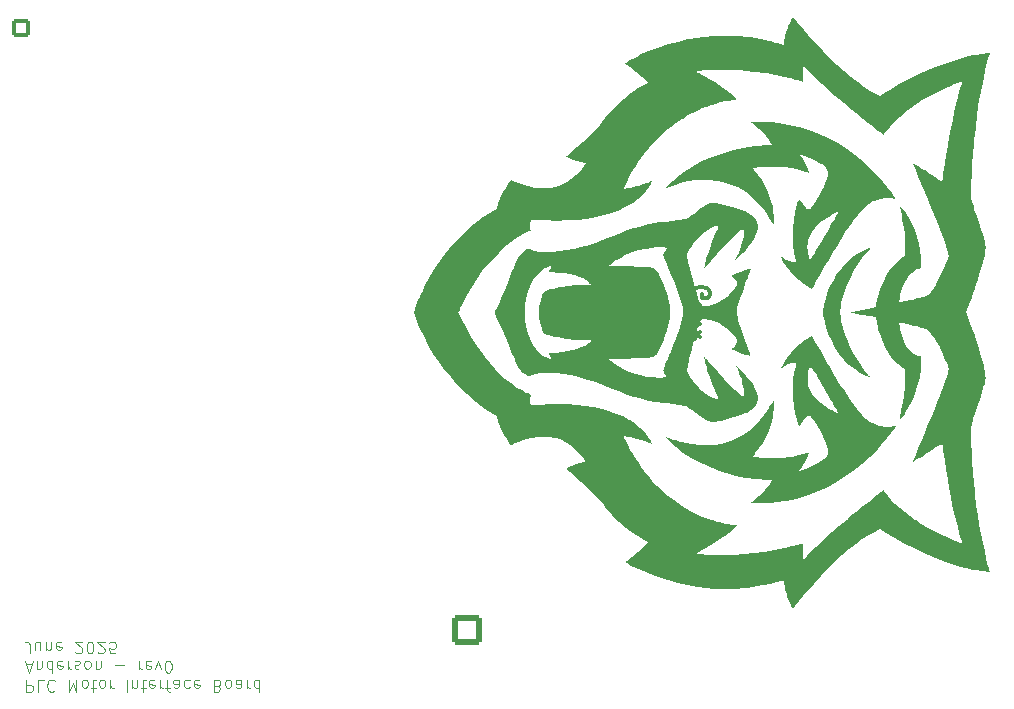
<source format=gbo>
%TF.GenerationSoftware,KiCad,Pcbnew,9.0.2*%
%TF.CreationDate,2025-06-08T07:26:58-06:00*%
%TF.ProjectId,Pico_H-bridge_complete,5069636f-5f48-42d6-9272-696467655f63,rev?*%
%TF.SameCoordinates,Original*%
%TF.FileFunction,Legend,Bot*%
%TF.FilePolarity,Positive*%
%FSLAX46Y46*%
G04 Gerber Fmt 4.6, Leading zero omitted, Abs format (unit mm)*
G04 Created by KiCad (PCBNEW 9.0.2) date 2025-06-08 07:26:58*
%MOMM*%
%LPD*%
G01*
G04 APERTURE LIST*
G04 Aperture macros list*
%AMRoundRect*
0 Rectangle with rounded corners*
0 $1 Rounding radius*
0 $2 $3 $4 $5 $6 $7 $8 $9 X,Y pos of 4 corners*
0 Add a 4 corners polygon primitive as box body*
4,1,4,$2,$3,$4,$5,$6,$7,$8,$9,$2,$3,0*
0 Add four circle primitives for the rounded corners*
1,1,$1+$1,$2,$3*
1,1,$1+$1,$4,$5*
1,1,$1+$1,$6,$7*
1,1,$1+$1,$8,$9*
0 Add four rect primitives between the rounded corners*
20,1,$1+$1,$2,$3,$4,$5,0*
20,1,$1+$1,$4,$5,$6,$7,0*
20,1,$1+$1,$6,$7,$8,$9,0*
20,1,$1+$1,$8,$9,$2,$3,0*%
%AMFreePoly0*
4,1,37,0.603843,0.796157,0.639018,0.796157,0.711114,0.766294,0.766294,0.711114,0.796157,0.639018,0.796157,0.603843,0.800000,0.600000,0.800000,-0.600000,0.796157,-0.603843,0.796157,-0.639018,0.766294,-0.711114,0.711114,-0.766294,0.639018,-0.796157,0.603843,-0.796157,0.600000,-0.800000,0.000000,-0.800000,0.000000,-0.796148,-0.078414,-0.796148,-0.232228,-0.765552,-0.377117,-0.705537,
-0.507515,-0.618408,-0.618408,-0.507515,-0.705537,-0.377117,-0.765552,-0.232228,-0.796148,-0.078414,-0.796148,0.078414,-0.765552,0.232228,-0.705537,0.377117,-0.618408,0.507515,-0.507515,0.618408,-0.377117,0.705537,-0.232228,0.765552,-0.078414,0.796148,0.000000,0.796148,0.000000,0.800000,0.600000,0.800000,0.603843,0.796157,0.603843,0.796157,$1*%
%AMFreePoly1*
4,1,37,0.000000,0.796148,0.078414,0.796148,0.232228,0.765552,0.377117,0.705537,0.507515,0.618408,0.618408,0.507515,0.705537,0.377117,0.765552,0.232228,0.796148,0.078414,0.796148,-0.078414,0.765552,-0.232228,0.705537,-0.377117,0.618408,-0.507515,0.507515,-0.618408,0.377117,-0.705537,0.232228,-0.765552,0.078414,-0.796148,0.000000,-0.796148,0.000000,-0.800000,-0.600000,-0.800000,
-0.603843,-0.796157,-0.639018,-0.796157,-0.711114,-0.766294,-0.766294,-0.711114,-0.796157,-0.639018,-0.796157,-0.603843,-0.800000,-0.600000,-0.800000,0.600000,-0.796157,0.603843,-0.796157,0.639018,-0.766294,0.711114,-0.711114,0.766294,-0.639018,0.796157,-0.603843,0.796157,-0.600000,0.800000,0.000000,0.800000,0.000000,0.796148,0.000000,0.796148,$1*%
G04 Aperture macros list end*
%ADD10C,0.100000*%
%ADD11C,0.300000*%
%ADD12C,0.000000*%
%ADD13C,2.200000*%
%ADD14C,1.850000*%
%ADD15RoundRect,0.200000X-0.600000X-0.600000X0.600000X-0.600000X0.600000X0.600000X-0.600000X0.600000X0*%
%ADD16C,1.600000*%
%ADD17FreePoly0,0.000000*%
%ADD18FreePoly1,0.000000*%
%ADD19C,2.000000*%
%ADD20RoundRect,0.250000X-0.725000X0.600000X-0.725000X-0.600000X0.725000X-0.600000X0.725000X0.600000X0*%
%ADD21O,1.950000X1.700000*%
%ADD22RoundRect,0.250000X-1.050000X-1.050000X1.050000X-1.050000X1.050000X1.050000X-1.050000X1.050000X0*%
%ADD23C,2.600000*%
%ADD24RoundRect,0.250000X1.050000X-1.050000X1.050000X1.050000X-1.050000X1.050000X-1.050000X-1.050000X0*%
%ADD25R,1.700000X1.700000*%
%ADD26C,1.700000*%
G04 APERTURE END LIST*
D10*
X91423884Y-118197468D02*
X91423884Y-119197468D01*
X91423884Y-119197468D02*
X91804836Y-119197468D01*
X91804836Y-119197468D02*
X91900074Y-119149849D01*
X91900074Y-119149849D02*
X91947693Y-119102230D01*
X91947693Y-119102230D02*
X91995312Y-119006992D01*
X91995312Y-119006992D02*
X91995312Y-118864135D01*
X91995312Y-118864135D02*
X91947693Y-118768897D01*
X91947693Y-118768897D02*
X91900074Y-118721278D01*
X91900074Y-118721278D02*
X91804836Y-118673659D01*
X91804836Y-118673659D02*
X91423884Y-118673659D01*
X92900074Y-118197468D02*
X92423884Y-118197468D01*
X92423884Y-118197468D02*
X92423884Y-119197468D01*
X93804836Y-118292707D02*
X93757217Y-118245088D01*
X93757217Y-118245088D02*
X93614360Y-118197468D01*
X93614360Y-118197468D02*
X93519122Y-118197468D01*
X93519122Y-118197468D02*
X93376265Y-118245088D01*
X93376265Y-118245088D02*
X93281027Y-118340326D01*
X93281027Y-118340326D02*
X93233408Y-118435564D01*
X93233408Y-118435564D02*
X93185789Y-118626040D01*
X93185789Y-118626040D02*
X93185789Y-118768897D01*
X93185789Y-118768897D02*
X93233408Y-118959373D01*
X93233408Y-118959373D02*
X93281027Y-119054611D01*
X93281027Y-119054611D02*
X93376265Y-119149849D01*
X93376265Y-119149849D02*
X93519122Y-119197468D01*
X93519122Y-119197468D02*
X93614360Y-119197468D01*
X93614360Y-119197468D02*
X93757217Y-119149849D01*
X93757217Y-119149849D02*
X93804836Y-119102230D01*
X94995313Y-118197468D02*
X94995313Y-119197468D01*
X94995313Y-119197468D02*
X95328646Y-118483183D01*
X95328646Y-118483183D02*
X95661979Y-119197468D01*
X95661979Y-119197468D02*
X95661979Y-118197468D01*
X96281027Y-118197468D02*
X96185789Y-118245088D01*
X96185789Y-118245088D02*
X96138170Y-118292707D01*
X96138170Y-118292707D02*
X96090551Y-118387945D01*
X96090551Y-118387945D02*
X96090551Y-118673659D01*
X96090551Y-118673659D02*
X96138170Y-118768897D01*
X96138170Y-118768897D02*
X96185789Y-118816516D01*
X96185789Y-118816516D02*
X96281027Y-118864135D01*
X96281027Y-118864135D02*
X96423884Y-118864135D01*
X96423884Y-118864135D02*
X96519122Y-118816516D01*
X96519122Y-118816516D02*
X96566741Y-118768897D01*
X96566741Y-118768897D02*
X96614360Y-118673659D01*
X96614360Y-118673659D02*
X96614360Y-118387945D01*
X96614360Y-118387945D02*
X96566741Y-118292707D01*
X96566741Y-118292707D02*
X96519122Y-118245088D01*
X96519122Y-118245088D02*
X96423884Y-118197468D01*
X96423884Y-118197468D02*
X96281027Y-118197468D01*
X96900075Y-118864135D02*
X97281027Y-118864135D01*
X97042932Y-119197468D02*
X97042932Y-118340326D01*
X97042932Y-118340326D02*
X97090551Y-118245088D01*
X97090551Y-118245088D02*
X97185789Y-118197468D01*
X97185789Y-118197468D02*
X97281027Y-118197468D01*
X97757218Y-118197468D02*
X97661980Y-118245088D01*
X97661980Y-118245088D02*
X97614361Y-118292707D01*
X97614361Y-118292707D02*
X97566742Y-118387945D01*
X97566742Y-118387945D02*
X97566742Y-118673659D01*
X97566742Y-118673659D02*
X97614361Y-118768897D01*
X97614361Y-118768897D02*
X97661980Y-118816516D01*
X97661980Y-118816516D02*
X97757218Y-118864135D01*
X97757218Y-118864135D02*
X97900075Y-118864135D01*
X97900075Y-118864135D02*
X97995313Y-118816516D01*
X97995313Y-118816516D02*
X98042932Y-118768897D01*
X98042932Y-118768897D02*
X98090551Y-118673659D01*
X98090551Y-118673659D02*
X98090551Y-118387945D01*
X98090551Y-118387945D02*
X98042932Y-118292707D01*
X98042932Y-118292707D02*
X97995313Y-118245088D01*
X97995313Y-118245088D02*
X97900075Y-118197468D01*
X97900075Y-118197468D02*
X97757218Y-118197468D01*
X98519123Y-118197468D02*
X98519123Y-118864135D01*
X98519123Y-118673659D02*
X98566742Y-118768897D01*
X98566742Y-118768897D02*
X98614361Y-118816516D01*
X98614361Y-118816516D02*
X98709599Y-118864135D01*
X98709599Y-118864135D02*
X98804837Y-118864135D01*
X99900076Y-118197468D02*
X99900076Y-119197468D01*
X100376266Y-118864135D02*
X100376266Y-118197468D01*
X100376266Y-118768897D02*
X100423885Y-118816516D01*
X100423885Y-118816516D02*
X100519123Y-118864135D01*
X100519123Y-118864135D02*
X100661980Y-118864135D01*
X100661980Y-118864135D02*
X100757218Y-118816516D01*
X100757218Y-118816516D02*
X100804837Y-118721278D01*
X100804837Y-118721278D02*
X100804837Y-118197468D01*
X101138171Y-118864135D02*
X101519123Y-118864135D01*
X101281028Y-119197468D02*
X101281028Y-118340326D01*
X101281028Y-118340326D02*
X101328647Y-118245088D01*
X101328647Y-118245088D02*
X101423885Y-118197468D01*
X101423885Y-118197468D02*
X101519123Y-118197468D01*
X102233409Y-118245088D02*
X102138171Y-118197468D01*
X102138171Y-118197468D02*
X101947695Y-118197468D01*
X101947695Y-118197468D02*
X101852457Y-118245088D01*
X101852457Y-118245088D02*
X101804838Y-118340326D01*
X101804838Y-118340326D02*
X101804838Y-118721278D01*
X101804838Y-118721278D02*
X101852457Y-118816516D01*
X101852457Y-118816516D02*
X101947695Y-118864135D01*
X101947695Y-118864135D02*
X102138171Y-118864135D01*
X102138171Y-118864135D02*
X102233409Y-118816516D01*
X102233409Y-118816516D02*
X102281028Y-118721278D01*
X102281028Y-118721278D02*
X102281028Y-118626040D01*
X102281028Y-118626040D02*
X101804838Y-118530802D01*
X102709600Y-118197468D02*
X102709600Y-118864135D01*
X102709600Y-118673659D02*
X102757219Y-118768897D01*
X102757219Y-118768897D02*
X102804838Y-118816516D01*
X102804838Y-118816516D02*
X102900076Y-118864135D01*
X102900076Y-118864135D02*
X102995314Y-118864135D01*
X103185791Y-118864135D02*
X103566743Y-118864135D01*
X103328648Y-118197468D02*
X103328648Y-119054611D01*
X103328648Y-119054611D02*
X103376267Y-119149849D01*
X103376267Y-119149849D02*
X103471505Y-119197468D01*
X103471505Y-119197468D02*
X103566743Y-119197468D01*
X104328648Y-118197468D02*
X104328648Y-118721278D01*
X104328648Y-118721278D02*
X104281029Y-118816516D01*
X104281029Y-118816516D02*
X104185791Y-118864135D01*
X104185791Y-118864135D02*
X103995315Y-118864135D01*
X103995315Y-118864135D02*
X103900077Y-118816516D01*
X104328648Y-118245088D02*
X104233410Y-118197468D01*
X104233410Y-118197468D02*
X103995315Y-118197468D01*
X103995315Y-118197468D02*
X103900077Y-118245088D01*
X103900077Y-118245088D02*
X103852458Y-118340326D01*
X103852458Y-118340326D02*
X103852458Y-118435564D01*
X103852458Y-118435564D02*
X103900077Y-118530802D01*
X103900077Y-118530802D02*
X103995315Y-118578421D01*
X103995315Y-118578421D02*
X104233410Y-118578421D01*
X104233410Y-118578421D02*
X104328648Y-118626040D01*
X105233410Y-118245088D02*
X105138172Y-118197468D01*
X105138172Y-118197468D02*
X104947696Y-118197468D01*
X104947696Y-118197468D02*
X104852458Y-118245088D01*
X104852458Y-118245088D02*
X104804839Y-118292707D01*
X104804839Y-118292707D02*
X104757220Y-118387945D01*
X104757220Y-118387945D02*
X104757220Y-118673659D01*
X104757220Y-118673659D02*
X104804839Y-118768897D01*
X104804839Y-118768897D02*
X104852458Y-118816516D01*
X104852458Y-118816516D02*
X104947696Y-118864135D01*
X104947696Y-118864135D02*
X105138172Y-118864135D01*
X105138172Y-118864135D02*
X105233410Y-118816516D01*
X106042934Y-118245088D02*
X105947696Y-118197468D01*
X105947696Y-118197468D02*
X105757220Y-118197468D01*
X105757220Y-118197468D02*
X105661982Y-118245088D01*
X105661982Y-118245088D02*
X105614363Y-118340326D01*
X105614363Y-118340326D02*
X105614363Y-118721278D01*
X105614363Y-118721278D02*
X105661982Y-118816516D01*
X105661982Y-118816516D02*
X105757220Y-118864135D01*
X105757220Y-118864135D02*
X105947696Y-118864135D01*
X105947696Y-118864135D02*
X106042934Y-118816516D01*
X106042934Y-118816516D02*
X106090553Y-118721278D01*
X106090553Y-118721278D02*
X106090553Y-118626040D01*
X106090553Y-118626040D02*
X105614363Y-118530802D01*
X107614363Y-118721278D02*
X107757220Y-118673659D01*
X107757220Y-118673659D02*
X107804839Y-118626040D01*
X107804839Y-118626040D02*
X107852458Y-118530802D01*
X107852458Y-118530802D02*
X107852458Y-118387945D01*
X107852458Y-118387945D02*
X107804839Y-118292707D01*
X107804839Y-118292707D02*
X107757220Y-118245088D01*
X107757220Y-118245088D02*
X107661982Y-118197468D01*
X107661982Y-118197468D02*
X107281030Y-118197468D01*
X107281030Y-118197468D02*
X107281030Y-119197468D01*
X107281030Y-119197468D02*
X107614363Y-119197468D01*
X107614363Y-119197468D02*
X107709601Y-119149849D01*
X107709601Y-119149849D02*
X107757220Y-119102230D01*
X107757220Y-119102230D02*
X107804839Y-119006992D01*
X107804839Y-119006992D02*
X107804839Y-118911754D01*
X107804839Y-118911754D02*
X107757220Y-118816516D01*
X107757220Y-118816516D02*
X107709601Y-118768897D01*
X107709601Y-118768897D02*
X107614363Y-118721278D01*
X107614363Y-118721278D02*
X107281030Y-118721278D01*
X108423887Y-118197468D02*
X108328649Y-118245088D01*
X108328649Y-118245088D02*
X108281030Y-118292707D01*
X108281030Y-118292707D02*
X108233411Y-118387945D01*
X108233411Y-118387945D02*
X108233411Y-118673659D01*
X108233411Y-118673659D02*
X108281030Y-118768897D01*
X108281030Y-118768897D02*
X108328649Y-118816516D01*
X108328649Y-118816516D02*
X108423887Y-118864135D01*
X108423887Y-118864135D02*
X108566744Y-118864135D01*
X108566744Y-118864135D02*
X108661982Y-118816516D01*
X108661982Y-118816516D02*
X108709601Y-118768897D01*
X108709601Y-118768897D02*
X108757220Y-118673659D01*
X108757220Y-118673659D02*
X108757220Y-118387945D01*
X108757220Y-118387945D02*
X108709601Y-118292707D01*
X108709601Y-118292707D02*
X108661982Y-118245088D01*
X108661982Y-118245088D02*
X108566744Y-118197468D01*
X108566744Y-118197468D02*
X108423887Y-118197468D01*
X109614363Y-118197468D02*
X109614363Y-118721278D01*
X109614363Y-118721278D02*
X109566744Y-118816516D01*
X109566744Y-118816516D02*
X109471506Y-118864135D01*
X109471506Y-118864135D02*
X109281030Y-118864135D01*
X109281030Y-118864135D02*
X109185792Y-118816516D01*
X109614363Y-118245088D02*
X109519125Y-118197468D01*
X109519125Y-118197468D02*
X109281030Y-118197468D01*
X109281030Y-118197468D02*
X109185792Y-118245088D01*
X109185792Y-118245088D02*
X109138173Y-118340326D01*
X109138173Y-118340326D02*
X109138173Y-118435564D01*
X109138173Y-118435564D02*
X109185792Y-118530802D01*
X109185792Y-118530802D02*
X109281030Y-118578421D01*
X109281030Y-118578421D02*
X109519125Y-118578421D01*
X109519125Y-118578421D02*
X109614363Y-118626040D01*
X110090554Y-118197468D02*
X110090554Y-118864135D01*
X110090554Y-118673659D02*
X110138173Y-118768897D01*
X110138173Y-118768897D02*
X110185792Y-118816516D01*
X110185792Y-118816516D02*
X110281030Y-118864135D01*
X110281030Y-118864135D02*
X110376268Y-118864135D01*
X111138173Y-118197468D02*
X111138173Y-119197468D01*
X111138173Y-118245088D02*
X111042935Y-118197468D01*
X111042935Y-118197468D02*
X110852459Y-118197468D01*
X110852459Y-118197468D02*
X110757221Y-118245088D01*
X110757221Y-118245088D02*
X110709602Y-118292707D01*
X110709602Y-118292707D02*
X110661983Y-118387945D01*
X110661983Y-118387945D02*
X110661983Y-118673659D01*
X110661983Y-118673659D02*
X110709602Y-118768897D01*
X110709602Y-118768897D02*
X110757221Y-118816516D01*
X110757221Y-118816516D02*
X110852459Y-118864135D01*
X110852459Y-118864135D02*
X111042935Y-118864135D01*
X111042935Y-118864135D02*
X111138173Y-118816516D01*
X91376265Y-116873239D02*
X91852455Y-116873239D01*
X91281027Y-116587524D02*
X91614360Y-117587524D01*
X91614360Y-117587524D02*
X91947693Y-116587524D01*
X92281027Y-117254191D02*
X92281027Y-116587524D01*
X92281027Y-117158953D02*
X92328646Y-117206572D01*
X92328646Y-117206572D02*
X92423884Y-117254191D01*
X92423884Y-117254191D02*
X92566741Y-117254191D01*
X92566741Y-117254191D02*
X92661979Y-117206572D01*
X92661979Y-117206572D02*
X92709598Y-117111334D01*
X92709598Y-117111334D02*
X92709598Y-116587524D01*
X93614360Y-116587524D02*
X93614360Y-117587524D01*
X93614360Y-116635144D02*
X93519122Y-116587524D01*
X93519122Y-116587524D02*
X93328646Y-116587524D01*
X93328646Y-116587524D02*
X93233408Y-116635144D01*
X93233408Y-116635144D02*
X93185789Y-116682763D01*
X93185789Y-116682763D02*
X93138170Y-116778001D01*
X93138170Y-116778001D02*
X93138170Y-117063715D01*
X93138170Y-117063715D02*
X93185789Y-117158953D01*
X93185789Y-117158953D02*
X93233408Y-117206572D01*
X93233408Y-117206572D02*
X93328646Y-117254191D01*
X93328646Y-117254191D02*
X93519122Y-117254191D01*
X93519122Y-117254191D02*
X93614360Y-117206572D01*
X94471503Y-116635144D02*
X94376265Y-116587524D01*
X94376265Y-116587524D02*
X94185789Y-116587524D01*
X94185789Y-116587524D02*
X94090551Y-116635144D01*
X94090551Y-116635144D02*
X94042932Y-116730382D01*
X94042932Y-116730382D02*
X94042932Y-117111334D01*
X94042932Y-117111334D02*
X94090551Y-117206572D01*
X94090551Y-117206572D02*
X94185789Y-117254191D01*
X94185789Y-117254191D02*
X94376265Y-117254191D01*
X94376265Y-117254191D02*
X94471503Y-117206572D01*
X94471503Y-117206572D02*
X94519122Y-117111334D01*
X94519122Y-117111334D02*
X94519122Y-117016096D01*
X94519122Y-117016096D02*
X94042932Y-116920858D01*
X94947694Y-116587524D02*
X94947694Y-117254191D01*
X94947694Y-117063715D02*
X94995313Y-117158953D01*
X94995313Y-117158953D02*
X95042932Y-117206572D01*
X95042932Y-117206572D02*
X95138170Y-117254191D01*
X95138170Y-117254191D02*
X95233408Y-117254191D01*
X95519123Y-116635144D02*
X95614361Y-116587524D01*
X95614361Y-116587524D02*
X95804837Y-116587524D01*
X95804837Y-116587524D02*
X95900075Y-116635144D01*
X95900075Y-116635144D02*
X95947694Y-116730382D01*
X95947694Y-116730382D02*
X95947694Y-116778001D01*
X95947694Y-116778001D02*
X95900075Y-116873239D01*
X95900075Y-116873239D02*
X95804837Y-116920858D01*
X95804837Y-116920858D02*
X95661980Y-116920858D01*
X95661980Y-116920858D02*
X95566742Y-116968477D01*
X95566742Y-116968477D02*
X95519123Y-117063715D01*
X95519123Y-117063715D02*
X95519123Y-117111334D01*
X95519123Y-117111334D02*
X95566742Y-117206572D01*
X95566742Y-117206572D02*
X95661980Y-117254191D01*
X95661980Y-117254191D02*
X95804837Y-117254191D01*
X95804837Y-117254191D02*
X95900075Y-117206572D01*
X96519123Y-116587524D02*
X96423885Y-116635144D01*
X96423885Y-116635144D02*
X96376266Y-116682763D01*
X96376266Y-116682763D02*
X96328647Y-116778001D01*
X96328647Y-116778001D02*
X96328647Y-117063715D01*
X96328647Y-117063715D02*
X96376266Y-117158953D01*
X96376266Y-117158953D02*
X96423885Y-117206572D01*
X96423885Y-117206572D02*
X96519123Y-117254191D01*
X96519123Y-117254191D02*
X96661980Y-117254191D01*
X96661980Y-117254191D02*
X96757218Y-117206572D01*
X96757218Y-117206572D02*
X96804837Y-117158953D01*
X96804837Y-117158953D02*
X96852456Y-117063715D01*
X96852456Y-117063715D02*
X96852456Y-116778001D01*
X96852456Y-116778001D02*
X96804837Y-116682763D01*
X96804837Y-116682763D02*
X96757218Y-116635144D01*
X96757218Y-116635144D02*
X96661980Y-116587524D01*
X96661980Y-116587524D02*
X96519123Y-116587524D01*
X97281028Y-117254191D02*
X97281028Y-116587524D01*
X97281028Y-117158953D02*
X97328647Y-117206572D01*
X97328647Y-117206572D02*
X97423885Y-117254191D01*
X97423885Y-117254191D02*
X97566742Y-117254191D01*
X97566742Y-117254191D02*
X97661980Y-117206572D01*
X97661980Y-117206572D02*
X97709599Y-117111334D01*
X97709599Y-117111334D02*
X97709599Y-116587524D01*
X98947695Y-116968477D02*
X99709600Y-116968477D01*
X100947695Y-116587524D02*
X100947695Y-117254191D01*
X100947695Y-117063715D02*
X100995314Y-117158953D01*
X100995314Y-117158953D02*
X101042933Y-117206572D01*
X101042933Y-117206572D02*
X101138171Y-117254191D01*
X101138171Y-117254191D02*
X101233409Y-117254191D01*
X101947695Y-116635144D02*
X101852457Y-116587524D01*
X101852457Y-116587524D02*
X101661981Y-116587524D01*
X101661981Y-116587524D02*
X101566743Y-116635144D01*
X101566743Y-116635144D02*
X101519124Y-116730382D01*
X101519124Y-116730382D02*
X101519124Y-117111334D01*
X101519124Y-117111334D02*
X101566743Y-117206572D01*
X101566743Y-117206572D02*
X101661981Y-117254191D01*
X101661981Y-117254191D02*
X101852457Y-117254191D01*
X101852457Y-117254191D02*
X101947695Y-117206572D01*
X101947695Y-117206572D02*
X101995314Y-117111334D01*
X101995314Y-117111334D02*
X101995314Y-117016096D01*
X101995314Y-117016096D02*
X101519124Y-116920858D01*
X102328648Y-117254191D02*
X102566743Y-116587524D01*
X102566743Y-116587524D02*
X102804838Y-117254191D01*
X103376267Y-117587524D02*
X103471505Y-117587524D01*
X103471505Y-117587524D02*
X103566743Y-117539905D01*
X103566743Y-117539905D02*
X103614362Y-117492286D01*
X103614362Y-117492286D02*
X103661981Y-117397048D01*
X103661981Y-117397048D02*
X103709600Y-117206572D01*
X103709600Y-117206572D02*
X103709600Y-116968477D01*
X103709600Y-116968477D02*
X103661981Y-116778001D01*
X103661981Y-116778001D02*
X103614362Y-116682763D01*
X103614362Y-116682763D02*
X103566743Y-116635144D01*
X103566743Y-116635144D02*
X103471505Y-116587524D01*
X103471505Y-116587524D02*
X103376267Y-116587524D01*
X103376267Y-116587524D02*
X103281029Y-116635144D01*
X103281029Y-116635144D02*
X103233410Y-116682763D01*
X103233410Y-116682763D02*
X103185791Y-116778001D01*
X103185791Y-116778001D02*
X103138172Y-116968477D01*
X103138172Y-116968477D02*
X103138172Y-117206572D01*
X103138172Y-117206572D02*
X103185791Y-117397048D01*
X103185791Y-117397048D02*
X103233410Y-117492286D01*
X103233410Y-117492286D02*
X103281029Y-117539905D01*
X103281029Y-117539905D02*
X103376267Y-117587524D01*
X91709598Y-115977580D02*
X91709598Y-115263295D01*
X91709598Y-115263295D02*
X91661979Y-115120438D01*
X91661979Y-115120438D02*
X91566741Y-115025200D01*
X91566741Y-115025200D02*
X91423884Y-114977580D01*
X91423884Y-114977580D02*
X91328646Y-114977580D01*
X92614360Y-115644247D02*
X92614360Y-114977580D01*
X92185789Y-115644247D02*
X92185789Y-115120438D01*
X92185789Y-115120438D02*
X92233408Y-115025200D01*
X92233408Y-115025200D02*
X92328646Y-114977580D01*
X92328646Y-114977580D02*
X92471503Y-114977580D01*
X92471503Y-114977580D02*
X92566741Y-115025200D01*
X92566741Y-115025200D02*
X92614360Y-115072819D01*
X93090551Y-115644247D02*
X93090551Y-114977580D01*
X93090551Y-115549009D02*
X93138170Y-115596628D01*
X93138170Y-115596628D02*
X93233408Y-115644247D01*
X93233408Y-115644247D02*
X93376265Y-115644247D01*
X93376265Y-115644247D02*
X93471503Y-115596628D01*
X93471503Y-115596628D02*
X93519122Y-115501390D01*
X93519122Y-115501390D02*
X93519122Y-114977580D01*
X94376265Y-115025200D02*
X94281027Y-114977580D01*
X94281027Y-114977580D02*
X94090551Y-114977580D01*
X94090551Y-114977580D02*
X93995313Y-115025200D01*
X93995313Y-115025200D02*
X93947694Y-115120438D01*
X93947694Y-115120438D02*
X93947694Y-115501390D01*
X93947694Y-115501390D02*
X93995313Y-115596628D01*
X93995313Y-115596628D02*
X94090551Y-115644247D01*
X94090551Y-115644247D02*
X94281027Y-115644247D01*
X94281027Y-115644247D02*
X94376265Y-115596628D01*
X94376265Y-115596628D02*
X94423884Y-115501390D01*
X94423884Y-115501390D02*
X94423884Y-115406152D01*
X94423884Y-115406152D02*
X93947694Y-115310914D01*
X95566742Y-115882342D02*
X95614361Y-115929961D01*
X95614361Y-115929961D02*
X95709599Y-115977580D01*
X95709599Y-115977580D02*
X95947694Y-115977580D01*
X95947694Y-115977580D02*
X96042932Y-115929961D01*
X96042932Y-115929961D02*
X96090551Y-115882342D01*
X96090551Y-115882342D02*
X96138170Y-115787104D01*
X96138170Y-115787104D02*
X96138170Y-115691866D01*
X96138170Y-115691866D02*
X96090551Y-115549009D01*
X96090551Y-115549009D02*
X95519123Y-114977580D01*
X95519123Y-114977580D02*
X96138170Y-114977580D01*
X96757218Y-115977580D02*
X96852456Y-115977580D01*
X96852456Y-115977580D02*
X96947694Y-115929961D01*
X96947694Y-115929961D02*
X96995313Y-115882342D01*
X96995313Y-115882342D02*
X97042932Y-115787104D01*
X97042932Y-115787104D02*
X97090551Y-115596628D01*
X97090551Y-115596628D02*
X97090551Y-115358533D01*
X97090551Y-115358533D02*
X97042932Y-115168057D01*
X97042932Y-115168057D02*
X96995313Y-115072819D01*
X96995313Y-115072819D02*
X96947694Y-115025200D01*
X96947694Y-115025200D02*
X96852456Y-114977580D01*
X96852456Y-114977580D02*
X96757218Y-114977580D01*
X96757218Y-114977580D02*
X96661980Y-115025200D01*
X96661980Y-115025200D02*
X96614361Y-115072819D01*
X96614361Y-115072819D02*
X96566742Y-115168057D01*
X96566742Y-115168057D02*
X96519123Y-115358533D01*
X96519123Y-115358533D02*
X96519123Y-115596628D01*
X96519123Y-115596628D02*
X96566742Y-115787104D01*
X96566742Y-115787104D02*
X96614361Y-115882342D01*
X96614361Y-115882342D02*
X96661980Y-115929961D01*
X96661980Y-115929961D02*
X96757218Y-115977580D01*
X97471504Y-115882342D02*
X97519123Y-115929961D01*
X97519123Y-115929961D02*
X97614361Y-115977580D01*
X97614361Y-115977580D02*
X97852456Y-115977580D01*
X97852456Y-115977580D02*
X97947694Y-115929961D01*
X97947694Y-115929961D02*
X97995313Y-115882342D01*
X97995313Y-115882342D02*
X98042932Y-115787104D01*
X98042932Y-115787104D02*
X98042932Y-115691866D01*
X98042932Y-115691866D02*
X97995313Y-115549009D01*
X97995313Y-115549009D02*
X97423885Y-114977580D01*
X97423885Y-114977580D02*
X98042932Y-114977580D01*
X98947694Y-115977580D02*
X98471504Y-115977580D01*
X98471504Y-115977580D02*
X98423885Y-115501390D01*
X98423885Y-115501390D02*
X98471504Y-115549009D01*
X98471504Y-115549009D02*
X98566742Y-115596628D01*
X98566742Y-115596628D02*
X98804837Y-115596628D01*
X98804837Y-115596628D02*
X98900075Y-115549009D01*
X98900075Y-115549009D02*
X98947694Y-115501390D01*
X98947694Y-115501390D02*
X98995313Y-115406152D01*
X98995313Y-115406152D02*
X98995313Y-115168057D01*
X98995313Y-115168057D02*
X98947694Y-115072819D01*
X98947694Y-115072819D02*
X98900075Y-115025200D01*
X98900075Y-115025200D02*
X98804837Y-114977580D01*
X98804837Y-114977580D02*
X98566742Y-114977580D01*
X98566742Y-114977580D02*
X98471504Y-115025200D01*
X98471504Y-115025200D02*
X98423885Y-115072819D01*
D11*
X147869757Y-85778572D02*
X147798328Y-85635715D01*
X147798328Y-85635715D02*
X147798328Y-85421429D01*
X147798328Y-85421429D02*
X147869757Y-85207143D01*
X147869757Y-85207143D02*
X148012614Y-85064286D01*
X148012614Y-85064286D02*
X148155471Y-84992857D01*
X148155471Y-84992857D02*
X148441185Y-84921429D01*
X148441185Y-84921429D02*
X148655471Y-84921429D01*
X148655471Y-84921429D02*
X148941185Y-84992857D01*
X148941185Y-84992857D02*
X149084042Y-85064286D01*
X149084042Y-85064286D02*
X149226900Y-85207143D01*
X149226900Y-85207143D02*
X149298328Y-85421429D01*
X149298328Y-85421429D02*
X149298328Y-85564286D01*
X149298328Y-85564286D02*
X149226900Y-85778572D01*
X149226900Y-85778572D02*
X149155471Y-85850000D01*
X149155471Y-85850000D02*
X148655471Y-85850000D01*
X148655471Y-85850000D02*
X148655471Y-85564286D01*
X147798328Y-86707143D02*
X148155471Y-86707143D01*
X148012614Y-86350000D02*
X148155471Y-86707143D01*
X148155471Y-86707143D02*
X148012614Y-87064286D01*
X148441185Y-86492857D02*
X148155471Y-86707143D01*
X148155471Y-86707143D02*
X148441185Y-86921429D01*
X147798328Y-87850000D02*
X148155471Y-87850000D01*
X148012614Y-87492857D02*
X148155471Y-87850000D01*
X148155471Y-87850000D02*
X148012614Y-88207143D01*
X148441185Y-87635714D02*
X148155471Y-87850000D01*
X148155471Y-87850000D02*
X148441185Y-88064286D01*
X147798328Y-88992857D02*
X148155471Y-88992857D01*
X148012614Y-88635714D02*
X148155471Y-88992857D01*
X148155471Y-88992857D02*
X148012614Y-89350000D01*
X148441185Y-88778571D02*
X148155471Y-88992857D01*
X148155471Y-88992857D02*
X148441185Y-89207143D01*
D12*
%TO.C,G\u002A\u002A\u002A*%
G36*
X162840816Y-81659565D02*
G01*
X162812685Y-81702017D01*
X162754291Y-81774910D01*
X162674616Y-81866783D01*
X162511597Y-82056104D01*
X162166703Y-82504037D01*
X161834382Y-82998218D01*
X161520423Y-83527230D01*
X161230617Y-84079656D01*
X160970755Y-84644079D01*
X160746626Y-85209081D01*
X160564020Y-85763246D01*
X160428728Y-86295157D01*
X160369632Y-86658923D01*
X160346556Y-87047933D01*
X160364409Y-87449708D01*
X160424086Y-87870459D01*
X160526482Y-88316400D01*
X160672493Y-88793741D01*
X160863014Y-89308696D01*
X160942205Y-89501841D01*
X161179719Y-90025045D01*
X161446954Y-90543141D01*
X161736986Y-91044567D01*
X162042891Y-91517763D01*
X162357742Y-91951167D01*
X162674616Y-92333217D01*
X162707842Y-92370797D01*
X162780238Y-92456589D01*
X162827828Y-92518903D01*
X162841629Y-92546280D01*
X162825012Y-92550993D01*
X162757131Y-92537985D01*
X162649550Y-92500356D01*
X162511986Y-92442691D01*
X162354152Y-92369574D01*
X162185763Y-92285591D01*
X162016533Y-92195327D01*
X161856178Y-92103365D01*
X161714411Y-92014292D01*
X161555738Y-91904878D01*
X161077656Y-91525339D01*
X160641774Y-91099281D01*
X160248529Y-90627397D01*
X159898357Y-90110381D01*
X159591695Y-89548924D01*
X159328980Y-88943721D01*
X159110646Y-88295463D01*
X158937132Y-87604845D01*
X158928397Y-87563435D01*
X158896193Y-87406414D01*
X158869869Y-87271288D01*
X158851943Y-87171312D01*
X158844935Y-87119741D01*
X158849849Y-87060947D01*
X158867636Y-86948921D01*
X158895790Y-86799707D01*
X158931620Y-86625900D01*
X158972433Y-86440093D01*
X159015536Y-86254883D01*
X159058238Y-86082862D01*
X159097845Y-85936625D01*
X159244853Y-85478001D01*
X159483584Y-84883761D01*
X159765223Y-84324954D01*
X160087325Y-83804743D01*
X160447447Y-83326295D01*
X160843145Y-82892776D01*
X161271975Y-82507350D01*
X161731493Y-82173184D01*
X162219255Y-81893443D01*
X162318697Y-81845110D01*
X162465779Y-81778670D01*
X162603427Y-81721761D01*
X162719826Y-81678933D01*
X162803164Y-81654736D01*
X162841629Y-81653720D01*
X162840816Y-81659565D01*
G37*
G36*
X153360554Y-70953449D02*
G01*
X153577693Y-70958106D01*
X153809830Y-70965190D01*
X154047593Y-70974421D01*
X154281610Y-70985517D01*
X154502507Y-70998198D01*
X154700912Y-71012181D01*
X154867454Y-71027187D01*
X155132446Y-71057877D01*
X155991534Y-71198477D01*
X156841351Y-71400061D01*
X157679472Y-71661228D01*
X158503469Y-71980580D01*
X159310918Y-72356719D01*
X160099392Y-72788247D01*
X160866464Y-73273764D01*
X161609709Y-73811871D01*
X162326699Y-74401172D01*
X163015010Y-75040266D01*
X163672215Y-75727755D01*
X164295888Y-76462241D01*
X164362492Y-76546646D01*
X164475114Y-76693584D01*
X164590989Y-76849045D01*
X164704190Y-77004641D01*
X164808789Y-77151980D01*
X164898861Y-77282675D01*
X164968477Y-77388335D01*
X165011713Y-77460571D01*
X165022640Y-77490992D01*
X165021805Y-77491449D01*
X164982909Y-77489196D01*
X164900438Y-77475900D01*
X164790808Y-77454169D01*
X164756294Y-77447433D01*
X164550295Y-77424529D01*
X164310526Y-77420116D01*
X164058885Y-77433200D01*
X163817269Y-77462787D01*
X163607578Y-77507883D01*
X163497156Y-77541738D01*
X163132479Y-77691170D01*
X162778642Y-77891544D01*
X162450018Y-78133902D01*
X162160981Y-78409288D01*
X162016579Y-78574116D01*
X161803944Y-78836690D01*
X161568918Y-79146549D01*
X161315119Y-79498647D01*
X161046166Y-79887935D01*
X160765678Y-80309365D01*
X160477274Y-80757888D01*
X160421618Y-80846327D01*
X160273754Y-81084559D01*
X160108665Y-81354430D01*
X159929923Y-81649830D01*
X159741099Y-81964648D01*
X159545768Y-82292771D01*
X159347499Y-82628089D01*
X159149867Y-82964490D01*
X158956442Y-83295861D01*
X158770797Y-83616093D01*
X158596505Y-83919073D01*
X158437137Y-84198690D01*
X158296266Y-84448832D01*
X158177464Y-84663389D01*
X158084303Y-84836247D01*
X158020355Y-84961297D01*
X157949175Y-85107806D01*
X157793579Y-85029748D01*
X157757197Y-85011496D01*
X157668517Y-84965660D01*
X157234983Y-84702217D01*
X156817467Y-84383463D01*
X156422594Y-84015454D01*
X156056991Y-83604248D01*
X155727284Y-83155901D01*
X155708658Y-83127585D01*
X155613951Y-82974609D01*
X155519766Y-82809702D01*
X155434707Y-82648986D01*
X155367375Y-82508582D01*
X155326374Y-82404611D01*
X155317802Y-82367873D01*
X155329767Y-82358984D01*
X155372649Y-82382236D01*
X155456336Y-82440349D01*
X155771324Y-82628785D01*
X156132290Y-82773146D01*
X156256761Y-82809020D01*
X156388987Y-82840731D01*
X156499274Y-82860687D01*
X156574830Y-82866628D01*
X156602858Y-82856291D01*
X156602418Y-82852030D01*
X156591920Y-82801268D01*
X156570288Y-82709569D01*
X156541330Y-82593207D01*
X156534797Y-82567315D01*
X156405376Y-81934690D01*
X156362715Y-81584122D01*
X157552127Y-81584122D01*
X157565265Y-81827080D01*
X157597056Y-82035776D01*
X157635160Y-82187977D01*
X157679160Y-82334438D01*
X157723256Y-82456962D01*
X157762908Y-82542982D01*
X157793579Y-82579930D01*
X157819308Y-82560448D01*
X157873538Y-82491039D01*
X157952495Y-82376543D01*
X158053148Y-82222164D01*
X158172468Y-82033107D01*
X158307422Y-81814575D01*
X158454981Y-81571773D01*
X158612114Y-81309904D01*
X158775790Y-81034174D01*
X158942978Y-80749786D01*
X159110648Y-80461944D01*
X159275770Y-80175853D01*
X159435312Y-79896716D01*
X159586244Y-79629739D01*
X159725535Y-79380124D01*
X159850155Y-79153077D01*
X159957072Y-78953801D01*
X160043257Y-78787501D01*
X160105679Y-78659381D01*
X160141306Y-78574644D01*
X160147109Y-78538496D01*
X160138378Y-78535509D01*
X160082420Y-78550532D01*
X159985525Y-78595812D01*
X159855257Y-78666543D01*
X159699180Y-78757921D01*
X159524860Y-78865144D01*
X159339861Y-78983407D01*
X159151747Y-79107905D01*
X158968083Y-79233835D01*
X158796433Y-79356393D01*
X158644363Y-79470775D01*
X158519436Y-79572177D01*
X158441237Y-79641163D01*
X158148645Y-79941376D01*
X157911125Y-80259705D01*
X157731239Y-80592303D01*
X157611553Y-80935317D01*
X157580493Y-81095466D01*
X157557313Y-81331914D01*
X157552127Y-81584122D01*
X156362715Y-81584122D01*
X156324987Y-81274094D01*
X156293758Y-80596964D01*
X156311816Y-79914738D01*
X156379291Y-79238852D01*
X156496310Y-78580745D01*
X156505673Y-78539088D01*
X156548641Y-78364131D01*
X156598918Y-78178958D01*
X156652774Y-77995487D01*
X156706479Y-77825631D01*
X156756302Y-77681308D01*
X156798512Y-77574431D01*
X156829378Y-77516918D01*
X156835609Y-77511147D01*
X156862074Y-77512527D01*
X156902666Y-77549445D01*
X156963245Y-77628244D01*
X157049672Y-77755263D01*
X157183042Y-77945039D01*
X157314698Y-78110138D01*
X157437229Y-78242379D01*
X157543648Y-78334223D01*
X157626969Y-78378132D01*
X157650693Y-78382575D01*
X157700810Y-78378744D01*
X157753850Y-78351461D01*
X157815839Y-78294663D01*
X157892805Y-78202291D01*
X157990773Y-78068285D01*
X158115770Y-77886584D01*
X158251219Y-77682543D01*
X158508027Y-77270260D01*
X158731046Y-76875753D01*
X158918701Y-76502829D01*
X159069415Y-76155295D01*
X159181612Y-75836958D01*
X159253717Y-75551625D01*
X159284153Y-75303101D01*
X159271345Y-75095195D01*
X159241060Y-75007460D01*
X159147304Y-74870218D01*
X158997854Y-74723608D01*
X158796286Y-74569844D01*
X158546178Y-74411140D01*
X158251106Y-74249709D01*
X157914649Y-74087764D01*
X157540383Y-73927521D01*
X157131886Y-73771192D01*
X156829201Y-73661624D01*
X157000796Y-73888824D01*
X157057622Y-73968647D01*
X157155594Y-74120235D01*
X157256033Y-74289023D01*
X157344322Y-74451084D01*
X157420031Y-74603556D01*
X157495651Y-74765354D01*
X157563677Y-74919872D01*
X157620064Y-75057239D01*
X157660765Y-75167581D01*
X157681736Y-75241026D01*
X157678932Y-75267702D01*
X157668218Y-75265535D01*
X157608355Y-75247050D01*
X157510753Y-75213758D01*
X157390162Y-75170618D01*
X157214844Y-75111685D01*
X156932589Y-75030963D01*
X156620959Y-74955046D01*
X156299456Y-74888582D01*
X155987578Y-74836221D01*
X155977628Y-74834801D01*
X155798708Y-74815735D01*
X155569442Y-74800464D01*
X155301681Y-74789052D01*
X155007278Y-74781561D01*
X154698083Y-74778051D01*
X154385948Y-74778586D01*
X154082725Y-74783226D01*
X153800263Y-74792035D01*
X153550415Y-74805074D01*
X153345032Y-74822405D01*
X153319853Y-74825182D01*
X153172494Y-74843060D01*
X153052718Y-74860302D01*
X152972267Y-74875066D01*
X152942880Y-74885511D01*
X152952892Y-74903543D01*
X152995684Y-74962469D01*
X153064387Y-75050739D01*
X153150529Y-75157267D01*
X153381374Y-75455157D01*
X153694994Y-75920540D01*
X153975601Y-76411515D01*
X154216866Y-76915667D01*
X154412458Y-77420578D01*
X154556047Y-77913834D01*
X154596335Y-78103787D01*
X154636289Y-78343545D01*
X154668507Y-78594326D01*
X154692079Y-78844006D01*
X154706097Y-79080465D01*
X154709651Y-79291579D01*
X154701832Y-79465226D01*
X154681730Y-79589284D01*
X154673995Y-79616177D01*
X154659373Y-79643640D01*
X154637478Y-79625666D01*
X154596024Y-79557731D01*
X154587010Y-79542351D01*
X154435279Y-79285202D01*
X154307966Y-79073468D01*
X154199220Y-78897873D01*
X154103188Y-78749136D01*
X154014017Y-78617978D01*
X153925857Y-78495122D01*
X153840117Y-78380483D01*
X153441867Y-77896354D01*
X153026239Y-77469682D01*
X152589055Y-77096824D01*
X152126133Y-76774140D01*
X151633293Y-76497988D01*
X151423567Y-76397921D01*
X150921343Y-76195798D01*
X150407929Y-76042849D01*
X149876380Y-75937897D01*
X149319748Y-75879763D01*
X148731087Y-75867269D01*
X148103450Y-75899236D01*
X147972804Y-75911756D01*
X147520315Y-75977588D01*
X147041022Y-76078312D01*
X146551457Y-76209638D01*
X146068151Y-76367276D01*
X145607639Y-76546935D01*
X145599844Y-76549809D01*
X145587415Y-76540244D01*
X145615140Y-76495114D01*
X145677647Y-76420239D01*
X145769564Y-76321439D01*
X145885521Y-76204535D01*
X146020146Y-76075345D01*
X146168067Y-75939691D01*
X146496258Y-75657049D01*
X147111571Y-75185017D01*
X147760790Y-74759188D01*
X148447357Y-74377721D01*
X149174717Y-74038773D01*
X149946314Y-73740505D01*
X150765591Y-73481072D01*
X150784657Y-73475658D01*
X151209091Y-73364342D01*
X151661636Y-73261545D01*
X152129836Y-73169215D01*
X152601234Y-73089301D01*
X153063373Y-73023753D01*
X153503797Y-72974520D01*
X153910048Y-72943551D01*
X154269670Y-72932795D01*
X154366568Y-72931934D01*
X154462132Y-72923314D01*
X154508939Y-72897815D01*
X154510715Y-72846343D01*
X154471185Y-72759804D01*
X154394074Y-72629103D01*
X154288047Y-72467111D01*
X154051787Y-72163412D01*
X153762736Y-71850746D01*
X153425993Y-71534446D01*
X153046654Y-71219843D01*
X152992788Y-71177580D01*
X152888027Y-71093310D01*
X152825113Y-71037100D01*
X152797880Y-71001859D01*
X152800159Y-70980498D01*
X152825785Y-70965926D01*
X152829429Y-70964728D01*
X152892851Y-70956860D01*
X153008761Y-70952545D01*
X153167786Y-70951502D01*
X153360554Y-70953449D01*
G37*
G36*
X158020355Y-89238703D02*
G01*
X158043211Y-89284586D01*
X158119760Y-89430291D01*
X158224035Y-89621259D01*
X158352463Y-89851380D01*
X158501472Y-90114541D01*
X158667490Y-90404632D01*
X158846945Y-90715540D01*
X159036264Y-91041154D01*
X159231875Y-91375363D01*
X159430207Y-91712055D01*
X159627686Y-92045119D01*
X159820741Y-92368443D01*
X160005800Y-92675916D01*
X160179289Y-92961426D01*
X160337638Y-93218862D01*
X160477274Y-93442112D01*
X160697050Y-93785276D01*
X160979768Y-94213668D01*
X161251819Y-94611130D01*
X161509585Y-94972613D01*
X161749446Y-95293070D01*
X161967785Y-95567452D01*
X162160981Y-95790712D01*
X162231638Y-95865112D01*
X162535105Y-96134906D01*
X162875147Y-96368766D01*
X163237420Y-96557744D01*
X163607578Y-96692895D01*
X163637413Y-96701025D01*
X163853952Y-96744014D01*
X164099866Y-96770971D01*
X164352852Y-96780900D01*
X164590601Y-96772805D01*
X164790808Y-96745692D01*
X164801956Y-96743340D01*
X164909716Y-96722365D01*
X164988750Y-96710055D01*
X165022640Y-96709008D01*
X165019838Y-96722850D01*
X164987869Y-96780588D01*
X164927325Y-96874856D01*
X164844133Y-96997263D01*
X164744220Y-97139420D01*
X164633512Y-97292938D01*
X164517936Y-97449427D01*
X164403419Y-97600497D01*
X164295888Y-97737759D01*
X164134149Y-97936744D01*
X163500098Y-98660430D01*
X162833264Y-99336420D01*
X162136016Y-99963345D01*
X161410725Y-100539837D01*
X160659760Y-101064527D01*
X160147109Y-101376726D01*
X159885492Y-101536048D01*
X159090290Y-101953032D01*
X158276525Y-102314109D01*
X157446567Y-102617912D01*
X156602785Y-102863072D01*
X155747549Y-103048221D01*
X154883231Y-103171991D01*
X154805167Y-103179668D01*
X154626210Y-103194001D01*
X154419440Y-103207274D01*
X154193938Y-103219215D01*
X153958784Y-103229553D01*
X153723060Y-103238015D01*
X153495844Y-103244331D01*
X153286219Y-103248227D01*
X153103264Y-103249433D01*
X152956060Y-103247676D01*
X152853687Y-103242685D01*
X152805226Y-103234187D01*
X152803472Y-103233174D01*
X152788383Y-103212132D01*
X152806203Y-103178992D01*
X152863473Y-103126130D01*
X152966733Y-103045921D01*
X153149299Y-102903538D01*
X153448639Y-102647367D01*
X153731972Y-102377428D01*
X153989151Y-102104147D01*
X154210031Y-101837947D01*
X154384468Y-101589251D01*
X154458772Y-101467664D01*
X154506846Y-101372276D01*
X154513019Y-101313244D01*
X154473425Y-101281861D01*
X154384196Y-101269418D01*
X154241466Y-101267205D01*
X154200507Y-101266789D01*
X154049367Y-101261445D01*
X153862393Y-101250903D01*
X153659484Y-101236387D01*
X153460534Y-101219123D01*
X153275700Y-101200361D01*
X152385167Y-101079463D01*
X151521252Y-100911265D01*
X150686690Y-100696929D01*
X149884218Y-100437618D01*
X149116573Y-100134498D01*
X148386490Y-99788730D01*
X147696707Y-99401479D01*
X147049959Y-98973909D01*
X146448982Y-98507183D01*
X145896513Y-98002465D01*
X145831910Y-97937807D01*
X145724347Y-97827405D01*
X145639973Y-97737146D01*
X145586130Y-97674986D01*
X145570165Y-97648884D01*
X145571818Y-97647769D01*
X145611455Y-97653625D01*
X145678909Y-97682507D01*
X145740422Y-97710349D01*
X145863577Y-97758486D01*
X146023972Y-97816362D01*
X146208446Y-97879585D01*
X146403835Y-97943761D01*
X146596977Y-98004495D01*
X146774708Y-98057395D01*
X146923867Y-98098066D01*
X147274175Y-98177414D01*
X147866444Y-98272217D01*
X148469116Y-98322748D01*
X149068794Y-98328574D01*
X149652078Y-98289261D01*
X150205567Y-98204375D01*
X150507009Y-98134222D01*
X151056431Y-97958115D01*
X151590710Y-97724809D01*
X152103601Y-97437982D01*
X152588862Y-97101309D01*
X153040249Y-96718466D01*
X153451519Y-96293129D01*
X153558931Y-96168754D01*
X153709030Y-95988170D01*
X153846925Y-95811762D01*
X153979549Y-95629527D01*
X154113837Y-95431462D01*
X154256722Y-95207565D01*
X154415140Y-94947835D01*
X154596024Y-94642269D01*
X154618459Y-94604269D01*
X154649317Y-94560062D01*
X154666312Y-94563719D01*
X154681730Y-94610716D01*
X154699915Y-94715418D01*
X154709293Y-94883251D01*
X154707179Y-95090142D01*
X154694482Y-95323967D01*
X154672111Y-95572604D01*
X154640975Y-95823931D01*
X154601984Y-96065826D01*
X154556047Y-96286166D01*
X154463494Y-96622539D01*
X154283566Y-97125125D01*
X154055974Y-97630853D01*
X153787051Y-98127308D01*
X153483125Y-98602073D01*
X153150529Y-99042733D01*
X153087114Y-99120796D01*
X153012675Y-99215296D01*
X152961773Y-99283555D01*
X152942880Y-99314489D01*
X152943656Y-99315785D01*
X152981942Y-99327039D01*
X153069427Y-99342320D01*
X153194370Y-99359786D01*
X153345032Y-99377595D01*
X153357232Y-99378899D01*
X153565983Y-99395939D01*
X153818401Y-99408691D01*
X154102633Y-99417217D01*
X154406830Y-99421579D01*
X154719139Y-99421839D01*
X155027710Y-99418059D01*
X155320690Y-99410301D01*
X155586229Y-99398627D01*
X155812476Y-99383099D01*
X155987578Y-99363779D01*
X156212087Y-99327387D01*
X156532890Y-99264331D01*
X156849171Y-99190545D01*
X157141428Y-99110679D01*
X157390162Y-99029382D01*
X157446514Y-99009002D01*
X157558552Y-98969694D01*
X157640940Y-98942474D01*
X157678932Y-98932298D01*
X157682138Y-98956770D01*
X157662116Y-99028388D01*
X157622188Y-99137331D01*
X157566400Y-99273728D01*
X157498796Y-99427707D01*
X157423421Y-99589393D01*
X157344322Y-99748916D01*
X157287413Y-99855247D01*
X157189387Y-100024454D01*
X157088975Y-100184406D01*
X157000796Y-100311176D01*
X156829201Y-100538376D01*
X157118328Y-100433612D01*
X157386750Y-100332939D01*
X157780896Y-100171255D01*
X158136353Y-100007820D01*
X158449811Y-99844678D01*
X158717962Y-99683869D01*
X158937500Y-99527436D01*
X159105115Y-99377420D01*
X159217499Y-99235862D01*
X159271345Y-99104805D01*
X159284766Y-98944156D01*
X159263068Y-98706637D01*
X159200398Y-98431784D01*
X159098552Y-98123864D01*
X158959328Y-97787149D01*
X158784523Y-97425908D01*
X158575935Y-97044410D01*
X158335359Y-96646926D01*
X158064594Y-96237725D01*
X157980620Y-96120177D01*
X157890741Y-96002984D01*
X157814186Y-95911899D01*
X157761634Y-95860229D01*
X157730309Y-95837327D01*
X157682148Y-95812427D01*
X157635072Y-95818867D01*
X157560825Y-95856060D01*
X157495263Y-95902762D01*
X157389125Y-96006401D01*
X157265981Y-96150689D01*
X157132979Y-96327117D01*
X156997268Y-96527171D01*
X156987978Y-96541503D01*
X156925416Y-96633553D01*
X156876229Y-96698594D01*
X156850376Y-96723327D01*
X156845788Y-96721173D01*
X156819581Y-96678029D01*
X156781490Y-96587638D01*
X156735143Y-96460746D01*
X156684169Y-96308102D01*
X156632194Y-96140452D01*
X156582846Y-95968544D01*
X156539754Y-95803125D01*
X156521750Y-95727907D01*
X156391092Y-95045244D01*
X156314115Y-94347640D01*
X156290811Y-93644728D01*
X156321174Y-92946145D01*
X156342770Y-92770183D01*
X157557700Y-92770183D01*
X157558782Y-92928376D01*
X157567148Y-93053981D01*
X157584131Y-93164418D01*
X157611070Y-93277106D01*
X157630381Y-93344067D01*
X157767103Y-93686491D01*
X157962940Y-94017696D01*
X158214761Y-94333025D01*
X158519436Y-94627823D01*
X158561326Y-94662957D01*
X158697017Y-94769644D01*
X158857096Y-94887560D01*
X159033998Y-95011903D01*
X159220159Y-95137868D01*
X159408014Y-95260651D01*
X159589999Y-95375448D01*
X159758549Y-95477455D01*
X159906100Y-95561868D01*
X160025086Y-95623884D01*
X160107944Y-95658697D01*
X160147109Y-95661504D01*
X160148828Y-95658984D01*
X160148871Y-95641814D01*
X160137873Y-95607873D01*
X160113350Y-95552380D01*
X160072819Y-95470555D01*
X160013794Y-95357617D01*
X159933792Y-95208786D01*
X159830329Y-95019282D01*
X159700920Y-94784323D01*
X159543081Y-94499130D01*
X159483448Y-94391903D01*
X159317450Y-94096827D01*
X159146386Y-93797244D01*
X158973267Y-93498106D01*
X158801106Y-93204364D01*
X158632916Y-92920970D01*
X158471711Y-92652878D01*
X158320501Y-92405038D01*
X158182301Y-92182404D01*
X158060123Y-91989927D01*
X157956979Y-91832559D01*
X157875884Y-91715253D01*
X157819848Y-91642961D01*
X157791885Y-91620635D01*
X157780588Y-91631736D01*
X157748591Y-91691563D01*
X157707785Y-91790390D01*
X157664263Y-91914199D01*
X157624457Y-92044937D01*
X157596920Y-92162090D01*
X157579016Y-92284400D01*
X157567919Y-92431179D01*
X157560806Y-92621739D01*
X157557700Y-92770183D01*
X156342770Y-92770183D01*
X156405196Y-92261527D01*
X156542870Y-91600507D01*
X156551850Y-91564428D01*
X156576636Y-91453451D01*
X156590416Y-91372357D01*
X156590397Y-91336649D01*
X156586136Y-91335047D01*
X156536406Y-91337553D01*
X156445266Y-91351710D01*
X156328482Y-91375198D01*
X156184374Y-91412887D01*
X155924956Y-91505806D01*
X155674748Y-91623955D01*
X155460688Y-91755529D01*
X155376129Y-91814787D01*
X155331591Y-91839566D01*
X155318229Y-91832144D01*
X155326374Y-91795389D01*
X155332189Y-91777902D01*
X155379266Y-91665182D01*
X155450917Y-91519320D01*
X155538538Y-91356438D01*
X155633529Y-91192658D01*
X155727284Y-91044099D01*
X155790493Y-90951090D01*
X156127964Y-90509737D01*
X156499996Y-90106745D01*
X156899963Y-89748171D01*
X157321238Y-89440071D01*
X157757197Y-89188504D01*
X157949175Y-89092194D01*
X158020355Y-89238703D01*
G37*
G36*
X149710065Y-77805126D02*
G01*
X149805990Y-77821833D01*
X149934156Y-77851973D01*
X150108818Y-77897367D01*
X150210632Y-77924537D01*
X150526997Y-78011607D01*
X150847503Y-78103448D01*
X151163999Y-78197473D01*
X151468334Y-78291098D01*
X151752358Y-78381738D01*
X152007919Y-78466808D01*
X152226866Y-78543723D01*
X152401048Y-78609899D01*
X152522313Y-78662749D01*
X152804454Y-78827290D01*
X153027798Y-79014357D01*
X153192324Y-79224079D01*
X153298084Y-79456620D01*
X153345129Y-79712147D01*
X153333511Y-79990824D01*
X153263282Y-80292818D01*
X153134494Y-80618293D01*
X153106689Y-80676541D01*
X152993665Y-80892418D01*
X152865308Y-81103883D01*
X152715968Y-81318251D01*
X152539995Y-81542836D01*
X152331737Y-81784951D01*
X152085543Y-82051910D01*
X151795764Y-82351027D01*
X151421838Y-82729938D01*
X151533269Y-82524845D01*
X151627610Y-82339167D01*
X151744074Y-82075881D01*
X151851761Y-81795545D01*
X151948271Y-81507361D01*
X152031205Y-81220532D01*
X152098162Y-80944259D01*
X152146742Y-80687744D01*
X152174545Y-80460188D01*
X152179171Y-80270794D01*
X152158220Y-80128763D01*
X152147442Y-80096578D01*
X152114448Y-80027962D01*
X152084521Y-80000621D01*
X152070771Y-80002726D01*
X151999153Y-80039501D01*
X151891104Y-80119170D01*
X151750314Y-80237969D01*
X151580472Y-80392131D01*
X151385269Y-80577890D01*
X151168395Y-80791483D01*
X150933539Y-81029142D01*
X150684392Y-81287102D01*
X150424643Y-81561598D01*
X150157983Y-81848865D01*
X149888102Y-82145135D01*
X149618689Y-82446645D01*
X149353434Y-82749629D01*
X149096028Y-83050320D01*
X149069539Y-83081443D01*
X148972529Y-83191772D01*
X148892523Y-83277132D01*
X148837204Y-83329591D01*
X148814254Y-83341216D01*
X148812597Y-83332879D01*
X148817886Y-83265500D01*
X148840233Y-83147273D01*
X148877858Y-82985514D01*
X148928981Y-82787537D01*
X148991824Y-82560659D01*
X149064605Y-82312195D01*
X149181576Y-81942698D01*
X149371940Y-81400175D01*
X149587332Y-80843578D01*
X149819926Y-80293823D01*
X149877405Y-80162075D01*
X149939370Y-80015187D01*
X149986895Y-79896782D01*
X150016122Y-79816531D01*
X150023194Y-79784104D01*
X149992083Y-79781173D01*
X149915075Y-79788435D01*
X149810857Y-79804972D01*
X149742997Y-79820133D01*
X149542314Y-79887521D01*
X149321428Y-79988387D01*
X149097599Y-80114282D01*
X148888089Y-80256755D01*
X148749017Y-80367673D01*
X148487414Y-80605588D01*
X148223191Y-80879610D01*
X147969324Y-81175105D01*
X147738787Y-81477442D01*
X147544557Y-81771985D01*
X147496916Y-81850207D01*
X147445507Y-81935379D01*
X147405562Y-82009730D01*
X147377380Y-82080485D01*
X147361259Y-82154869D01*
X147357499Y-82240106D01*
X147366399Y-82343422D01*
X147388258Y-82472042D01*
X147423374Y-82633189D01*
X147472046Y-82834091D01*
X147534574Y-83081970D01*
X147611255Y-83384053D01*
X147700518Y-83734610D01*
X147841655Y-84277656D01*
X147970967Y-84760010D01*
X148088687Y-85182442D01*
X148195051Y-85545718D01*
X148290294Y-85850607D01*
X148374651Y-86097878D01*
X148448356Y-86288299D01*
X148511645Y-86422637D01*
X148564753Y-86501663D01*
X148583874Y-86521067D01*
X148621667Y-86547112D01*
X148673093Y-86558807D01*
X148754510Y-86558583D01*
X148882278Y-86548872D01*
X149043651Y-86530078D01*
X149455061Y-86441031D01*
X149859005Y-86296173D01*
X150241911Y-86099986D01*
X150261888Y-86087921D01*
X150488913Y-85937659D01*
X150712452Y-85767444D01*
X150925232Y-85584695D01*
X151119978Y-85396828D01*
X151289414Y-85211261D01*
X151426268Y-85035413D01*
X151523264Y-84876702D01*
X151573127Y-84742545D01*
X151577824Y-84714656D01*
X151570527Y-84546208D01*
X151505480Y-84382326D01*
X151387113Y-84231064D01*
X151219861Y-84100479D01*
X151196049Y-84084702D01*
X151142945Y-84037604D01*
X151130599Y-84004346D01*
X151131012Y-84003704D01*
X151174373Y-83969348D01*
X151264151Y-83918331D01*
X151388181Y-83856459D01*
X151534298Y-83789539D01*
X151690337Y-83723376D01*
X151844132Y-83663778D01*
X151916006Y-83638498D01*
X152054703Y-83593437D01*
X152207058Y-83547369D01*
X152360769Y-83503640D01*
X152503536Y-83465600D01*
X152623056Y-83436596D01*
X152707028Y-83419977D01*
X152743149Y-83419090D01*
X152743021Y-83423838D01*
X152728749Y-83473897D01*
X152696260Y-83571141D01*
X152648614Y-83706799D01*
X152588870Y-83872102D01*
X152520091Y-84058280D01*
X152478191Y-84170840D01*
X152301840Y-84651134D01*
X152141355Y-85099182D01*
X151997959Y-85511278D01*
X151872876Y-85883716D01*
X151767332Y-86212792D01*
X151682550Y-86494801D01*
X151619754Y-86726037D01*
X151580170Y-86902795D01*
X151568160Y-86976573D01*
X151559912Y-87131991D01*
X151580170Y-87297205D01*
X151587018Y-87332173D01*
X151631951Y-87521559D01*
X151699820Y-87764586D01*
X151789398Y-88057549D01*
X151899462Y-88396743D01*
X152028788Y-88778461D01*
X152176151Y-89199001D01*
X152340327Y-89654655D01*
X152520091Y-90141720D01*
X152544940Y-90208547D01*
X152610912Y-90388433D01*
X152666780Y-90544382D01*
X152709482Y-90667624D01*
X152735959Y-90749390D01*
X152743149Y-90780910D01*
X152728093Y-90782433D01*
X152661993Y-90771744D01*
X152555348Y-90747354D01*
X152420448Y-90712600D01*
X152269586Y-90670822D01*
X152115051Y-90625357D01*
X151969136Y-90579544D01*
X151844132Y-90536722D01*
X151823010Y-90528929D01*
X151655586Y-90462099D01*
X151477992Y-90384327D01*
X151325305Y-90310882D01*
X151080423Y-90184780D01*
X151214870Y-90099351D01*
X151228800Y-90090378D01*
X151403180Y-89949989D01*
X151519858Y-89795621D01*
X151577089Y-89630401D01*
X151573127Y-89457455D01*
X151557800Y-89404233D01*
X151490258Y-89267033D01*
X151381764Y-89106718D01*
X151239759Y-88932083D01*
X151071688Y-88751928D01*
X150884994Y-88575049D01*
X150687119Y-88410243D01*
X150415469Y-88213726D01*
X150040001Y-87990772D01*
X149662026Y-87824763D01*
X149274115Y-87712600D01*
X148868842Y-87651181D01*
X148820188Y-87646987D01*
X148713427Y-87640721D01*
X148646536Y-87645484D01*
X148602527Y-87663927D01*
X148564413Y-87698703D01*
X148542288Y-87726750D01*
X148483384Y-87833085D01*
X148413691Y-87997571D01*
X148333063Y-88220684D01*
X148241356Y-88502901D01*
X148138422Y-88844698D01*
X148024117Y-89246552D01*
X147898295Y-89708940D01*
X147760811Y-90232338D01*
X147611518Y-90817222D01*
X147550758Y-91057409D01*
X147485300Y-91316765D01*
X147433721Y-91527519D01*
X147395721Y-91696888D01*
X147371000Y-91832089D01*
X147359258Y-91940339D01*
X147360194Y-92028854D01*
X147373509Y-92104852D01*
X147398903Y-92175551D01*
X147436075Y-92248166D01*
X147484727Y-92329915D01*
X147544557Y-92428015D01*
X147646923Y-92589389D01*
X147862874Y-92890058D01*
X148107941Y-93190412D01*
X148369149Y-93475816D01*
X148633523Y-93731639D01*
X148888089Y-93943245D01*
X148965517Y-93999216D01*
X149182549Y-94136340D01*
X149407290Y-94253651D01*
X149622479Y-94342697D01*
X149810857Y-94395028D01*
X149906277Y-94410394D01*
X149986572Y-94418591D01*
X150023194Y-94415896D01*
X150018762Y-94392012D01*
X149992701Y-94318598D01*
X149947691Y-94205343D01*
X149887561Y-94061830D01*
X149816139Y-93897642D01*
X149707048Y-93644729D01*
X149562869Y-93293149D01*
X149421430Y-92930306D01*
X149289126Y-92573116D01*
X149172349Y-92238494D01*
X149077492Y-91943354D01*
X149018785Y-91743747D01*
X148962137Y-91539852D01*
X148911284Y-91345931D01*
X148868695Y-91172078D01*
X148836842Y-91028385D01*
X148818195Y-90924947D01*
X148815224Y-90871855D01*
X148817635Y-90869179D01*
X148849461Y-90887696D01*
X148911531Y-90945623D01*
X148996250Y-91035450D01*
X149096028Y-91149664D01*
X149165688Y-91231761D01*
X149426753Y-91534821D01*
X149694445Y-91838885D01*
X149965084Y-92140198D01*
X150234993Y-92435006D01*
X150500491Y-92719554D01*
X150757901Y-92990090D01*
X151003544Y-93242857D01*
X151233739Y-93474103D01*
X151444810Y-93680072D01*
X151633076Y-93857011D01*
X151794859Y-94001166D01*
X151926480Y-94108781D01*
X152024260Y-94176104D01*
X152084521Y-94199379D01*
X152094623Y-94195260D01*
X152127051Y-94150125D01*
X152158220Y-94071238D01*
X152176438Y-93970018D01*
X152178161Y-93791342D01*
X152155973Y-93572190D01*
X152112275Y-93321751D01*
X152049467Y-93049218D01*
X151969951Y-92763781D01*
X151876126Y-92474631D01*
X151770393Y-92190959D01*
X151655154Y-91921955D01*
X151532808Y-91676811D01*
X151420429Y-91470062D01*
X151795059Y-91848973D01*
X151864408Y-91919384D01*
X152144835Y-92211205D01*
X152382825Y-92472697D01*
X152584043Y-92711188D01*
X152754154Y-92934007D01*
X152898823Y-93148480D01*
X153023715Y-93361938D01*
X153134494Y-93581707D01*
X153134536Y-93581798D01*
X153263304Y-93907375D01*
X153333475Y-94209548D01*
X153345020Y-94488410D01*
X153297908Y-94744058D01*
X153192111Y-94976583D01*
X153027600Y-95186082D01*
X152804343Y-95372647D01*
X152522313Y-95536374D01*
X152426004Y-95578566D01*
X152266503Y-95639760D01*
X152063816Y-95711760D01*
X151827289Y-95791701D01*
X151566268Y-95876719D01*
X151290099Y-95963949D01*
X151008125Y-96050529D01*
X150729693Y-96133593D01*
X150464148Y-96210277D01*
X150220836Y-96277718D01*
X150009101Y-96333050D01*
X149838289Y-96373410D01*
X149717746Y-96395933D01*
X149698706Y-96398282D01*
X149543078Y-96399134D01*
X149371803Y-96367629D01*
X149181030Y-96301738D01*
X148966910Y-96199432D01*
X148725592Y-96058682D01*
X148453226Y-95877460D01*
X148145961Y-95653737D01*
X147799947Y-95385485D01*
X147645034Y-95263090D01*
X147519615Y-95166642D01*
X147425061Y-95098989D01*
X147352042Y-95054481D01*
X147291228Y-95027468D01*
X147233288Y-95012299D01*
X147168891Y-95003324D01*
X146725710Y-94952218D01*
X146181010Y-94882913D01*
X145645264Y-94807886D01*
X145129290Y-94728807D01*
X145058897Y-94716994D01*
X144643909Y-94647350D01*
X144199938Y-94565186D01*
X143808199Y-94483987D01*
X143364822Y-94381237D01*
X142923368Y-94266994D01*
X142516385Y-94146988D01*
X142128913Y-94016471D01*
X141745991Y-93870697D01*
X141352658Y-93704919D01*
X141237964Y-93654786D01*
X140433281Y-93319733D01*
X139666200Y-93030798D01*
X138933072Y-92786931D01*
X138230245Y-92587082D01*
X137554071Y-92430198D01*
X136900900Y-92315232D01*
X136267081Y-92241130D01*
X136025885Y-92225134D01*
X135825093Y-92221551D01*
X135630590Y-92218080D01*
X135239046Y-92233124D01*
X134865462Y-92269162D01*
X134524044Y-92325087D01*
X134228999Y-92399793D01*
X134124786Y-92429511D01*
X134018751Y-92453701D01*
X133947951Y-92462875D01*
X133909561Y-92460243D01*
X133766447Y-92416654D01*
X133609210Y-92325093D01*
X133447156Y-92192841D01*
X133289591Y-92027178D01*
X133145821Y-91835383D01*
X133053930Y-91689717D01*
X132964081Y-91530448D01*
X132876428Y-91354608D01*
X132785838Y-91151245D01*
X132753935Y-91073043D01*
X140763355Y-91073043D01*
X140766564Y-91079231D01*
X140805518Y-91117816D01*
X140879372Y-91179920D01*
X140976336Y-91255448D01*
X140996623Y-91270689D01*
X141541139Y-91639438D01*
X142113393Y-91951619D01*
X142711945Y-92206618D01*
X143335353Y-92403816D01*
X143982180Y-92542597D01*
X144036433Y-92551092D01*
X144220178Y-92573971D01*
X144423453Y-92592078D01*
X144637102Y-92605339D01*
X144851968Y-92613679D01*
X145058897Y-92617025D01*
X145248733Y-92615300D01*
X145412321Y-92608432D01*
X145540504Y-92596344D01*
X145624129Y-92578963D01*
X145654038Y-92556215D01*
X145644822Y-92532570D01*
X145605937Y-92469370D01*
X145546979Y-92387372D01*
X145510950Y-92336718D01*
X145439202Y-92217976D01*
X145387224Y-92109134D01*
X145374234Y-92076240D01*
X145362492Y-92043226D01*
X145355905Y-92009621D01*
X145356376Y-91969654D01*
X145365806Y-91917557D01*
X145386100Y-91847560D01*
X145419160Y-91753893D01*
X145466889Y-91630786D01*
X145531190Y-91472470D01*
X145613966Y-91273176D01*
X145717120Y-91027133D01*
X145842554Y-90728571D01*
X145973972Y-90412894D01*
X146206855Y-89837749D01*
X146411982Y-89308738D01*
X146588835Y-88827344D01*
X146736895Y-88395053D01*
X146855643Y-88013349D01*
X146944561Y-87683716D01*
X147003129Y-87407640D01*
X147026384Y-87266220D01*
X147039070Y-87152941D01*
X147039423Y-87052900D01*
X147027442Y-86941053D01*
X147003129Y-86792360D01*
X146978278Y-86663962D01*
X146904646Y-86360940D01*
X146800765Y-86004788D01*
X146667077Y-85596772D01*
X146504026Y-85138161D01*
X146312054Y-84630221D01*
X146091605Y-84074221D01*
X145843120Y-83471429D01*
X145773293Y-83305026D01*
X145659537Y-83034322D01*
X145566852Y-82813344D01*
X145493358Y-82636443D01*
X145437175Y-82497970D01*
X145396425Y-82392275D01*
X145369227Y-82313710D01*
X145353701Y-82256625D01*
X145347970Y-82215372D01*
X145350151Y-82184300D01*
X145358367Y-82157761D01*
X145370737Y-82130106D01*
X145385383Y-82095686D01*
X145407355Y-82044966D01*
X145472821Y-81923765D01*
X145546979Y-81812629D01*
X145590312Y-81753398D01*
X145636220Y-81682872D01*
X145654038Y-81643786D01*
X145641248Y-81630375D01*
X145575511Y-81612298D01*
X145462282Y-81597911D01*
X145310999Y-81587775D01*
X145131103Y-81582451D01*
X144932034Y-81582501D01*
X144723231Y-81588485D01*
X144395529Y-81609971D01*
X143804708Y-81689063D01*
X143232913Y-81821250D01*
X142669116Y-82009340D01*
X142102292Y-82256141D01*
X142069047Y-82272477D01*
X141911381Y-82354975D01*
X141739220Y-82451816D01*
X141560269Y-82557937D01*
X141382231Y-82668276D01*
X141212810Y-82777769D01*
X141059710Y-82881352D01*
X140930633Y-82973964D01*
X140833285Y-83050540D01*
X140775369Y-83106018D01*
X140764588Y-83135334D01*
X140774308Y-83137083D01*
X140837621Y-83141584D01*
X140954016Y-83147302D01*
X141116871Y-83153990D01*
X141319567Y-83161398D01*
X141555482Y-83169280D01*
X141817996Y-83177385D01*
X142100489Y-83185466D01*
X142191413Y-83187997D01*
X142678689Y-83202734D01*
X143105045Y-83217803D01*
X143472346Y-83233300D01*
X143782455Y-83249319D01*
X144037233Y-83265954D01*
X144238545Y-83283300D01*
X144388253Y-83301451D01*
X144414691Y-83306051D01*
X144532344Y-83349689D01*
X144642613Y-83438141D01*
X144654129Y-83449846D01*
X144796350Y-83623121D01*
X144942538Y-83849541D01*
X145089578Y-84120303D01*
X145234359Y-84426603D01*
X145373766Y-84759637D01*
X145504686Y-85110604D01*
X145624006Y-85470700D01*
X145728612Y-85831121D01*
X145815393Y-86183065D01*
X145881233Y-86517728D01*
X145923020Y-86826308D01*
X145937641Y-87100000D01*
X145933640Y-87236015D01*
X145901685Y-87548980D01*
X145840705Y-87898323D01*
X145754206Y-88272862D01*
X145645694Y-88661416D01*
X145518676Y-89052804D01*
X145376657Y-89435845D01*
X145223143Y-89799358D01*
X145061640Y-90132161D01*
X144895655Y-90423073D01*
X144784299Y-90593437D01*
X144689079Y-90717025D01*
X144598431Y-90802092D01*
X144500378Y-90857547D01*
X144382947Y-90892302D01*
X144234162Y-90915267D01*
X144142279Y-90924560D01*
X143963531Y-90938217D01*
X143732584Y-90952318D01*
X143455807Y-90966582D01*
X143139570Y-90980730D01*
X142790241Y-90994482D01*
X142414189Y-91007559D01*
X142017783Y-91019680D01*
X141607392Y-91030568D01*
X141605099Y-91030624D01*
X141381922Y-91036888D01*
X141181013Y-91044022D01*
X141010535Y-91051616D01*
X140878656Y-91059258D01*
X140793541Y-91066537D01*
X140763355Y-91073043D01*
X132753935Y-91073043D01*
X132687178Y-90909406D01*
X132575314Y-90618137D01*
X132198755Y-89661704D01*
X131769478Y-88657984D01*
X131299082Y-87636398D01*
X131222849Y-87476641D01*
X131153560Y-87331846D01*
X131124159Y-87270640D01*
X133647354Y-87270640D01*
X133651669Y-87532140D01*
X133663649Y-87749919D01*
X133712617Y-88179892D01*
X133805160Y-88665298D01*
X133935368Y-89106599D01*
X134105481Y-89508935D01*
X134317741Y-89877443D01*
X134574388Y-90217263D01*
X134877665Y-90533534D01*
X134898127Y-90552278D01*
X135029157Y-90659874D01*
X135171746Y-90760969D01*
X135298468Y-90835857D01*
X135335119Y-90853890D01*
X135473501Y-90915607D01*
X135610546Y-90968379D01*
X135732371Y-91007602D01*
X135825093Y-91028673D01*
X135874832Y-91026988D01*
X135877426Y-91020636D01*
X135865354Y-90971211D01*
X135829416Y-90885763D01*
X135775119Y-90778039D01*
X135649480Y-90545113D01*
X135926728Y-90526230D01*
X136191642Y-90506184D01*
X136729263Y-90450885D01*
X137211967Y-90378999D01*
X137644152Y-90289368D01*
X138030212Y-90180838D01*
X138374545Y-90052255D01*
X138681546Y-89902461D01*
X138955613Y-89730303D01*
X139041952Y-89665831D01*
X139151153Y-89571705D01*
X139222969Y-89492151D01*
X139248834Y-89435774D01*
X139224712Y-89431436D01*
X139146830Y-89428276D01*
X139024865Y-89426982D01*
X138868839Y-89427652D01*
X138688772Y-89430382D01*
X138582476Y-89431785D01*
X138352950Y-89430894D01*
X138120391Y-89425557D01*
X137906827Y-89416383D01*
X137734286Y-89403981D01*
X137666272Y-89397205D01*
X137384589Y-89364008D01*
X137085849Y-89321671D01*
X136780030Y-89272162D01*
X136477109Y-89217448D01*
X136187063Y-89159497D01*
X135919868Y-89100278D01*
X135685502Y-89041759D01*
X135493941Y-88985906D01*
X135355162Y-88934689D01*
X135344298Y-88929846D01*
X135285047Y-88899449D01*
X135241035Y-88862398D01*
X135203127Y-88805506D01*
X135162188Y-88715585D01*
X135109084Y-88579449D01*
X135064983Y-88459316D01*
X134921984Y-87977853D01*
X134839124Y-87507890D01*
X134816405Y-87043301D01*
X134853825Y-86577964D01*
X134951385Y-86105755D01*
X135109084Y-85620551D01*
X135118263Y-85596461D01*
X135168939Y-85468165D01*
X135208833Y-85384089D01*
X135247078Y-85331046D01*
X135292809Y-85295849D01*
X135355162Y-85265311D01*
X135385040Y-85252778D01*
X135538250Y-85200190D01*
X135741693Y-85143469D01*
X135985394Y-85084583D01*
X136259374Y-85025501D01*
X136553658Y-84968190D01*
X136858268Y-84914618D01*
X137163227Y-84866754D01*
X137458559Y-84826565D01*
X137734286Y-84796019D01*
X137813676Y-84789479D01*
X138009393Y-84778609D01*
X138235167Y-84771269D01*
X138468969Y-84768069D01*
X138688772Y-84769618D01*
X138851076Y-84772162D01*
X139010067Y-84773041D01*
X139136038Y-84771947D01*
X139218967Y-84768977D01*
X139248834Y-84764226D01*
X139237836Y-84730928D01*
X139181327Y-84658605D01*
X139084397Y-84568659D01*
X138955613Y-84469697D01*
X138834290Y-84388248D01*
X138545732Y-84226444D01*
X138222232Y-84086477D01*
X137859394Y-83967193D01*
X137452820Y-83867435D01*
X136998116Y-83786049D01*
X136490884Y-83721879D01*
X135926728Y-83673771D01*
X135649480Y-83654887D01*
X135775119Y-83421961D01*
X135796605Y-83381148D01*
X135844874Y-83279921D01*
X135872785Y-83205961D01*
X135874832Y-83173012D01*
X135866176Y-83169993D01*
X135802971Y-83175069D01*
X135700160Y-83201891D01*
X135571233Y-83245970D01*
X135429682Y-83302816D01*
X135288997Y-83367941D01*
X135283884Y-83370520D01*
X135135875Y-83463149D01*
X134966653Y-83597281D01*
X134788049Y-83761384D01*
X134611893Y-83943924D01*
X134450015Y-84133367D01*
X134314247Y-84318182D01*
X134115037Y-84664667D01*
X133940228Y-85079239D01*
X133805395Y-85536679D01*
X133712019Y-86032771D01*
X133696126Y-86164432D01*
X133675090Y-86412315D01*
X133659596Y-86691878D01*
X133650174Y-86984269D01*
X133647354Y-87270640D01*
X131124159Y-87270640D01*
X131098455Y-87217130D01*
X131061842Y-87141462D01*
X131048029Y-87113810D01*
X131049036Y-87110869D01*
X131068487Y-87066959D01*
X131109677Y-86976953D01*
X131168728Y-86849245D01*
X131241763Y-86692231D01*
X131324904Y-86514307D01*
X131400016Y-86353356D01*
X131677192Y-85748244D01*
X131927954Y-85181100D01*
X132157658Y-84639361D01*
X132371660Y-84110469D01*
X132575314Y-83581863D01*
X132681760Y-83304355D01*
X132780977Y-83060227D01*
X132871858Y-82855142D01*
X132959537Y-82678147D01*
X133049147Y-82518290D01*
X133145821Y-82364617D01*
X133186504Y-82305392D01*
X133335340Y-82120594D01*
X133495209Y-81964088D01*
X133656805Y-81843154D01*
X133810821Y-81765073D01*
X133947951Y-81737125D01*
X134005044Y-81743695D01*
X134107176Y-81765832D01*
X134222643Y-81798228D01*
X134452819Y-81861656D01*
X134904100Y-81943343D01*
X135397649Y-81982666D01*
X135930977Y-81980078D01*
X136501599Y-81936031D01*
X137107029Y-81850977D01*
X137744778Y-81725369D01*
X138412362Y-81559660D01*
X139107293Y-81354301D01*
X139827085Y-81109745D01*
X140569251Y-80826445D01*
X141331305Y-80504853D01*
X141723699Y-80338484D01*
X142104414Y-80192381D01*
X142488249Y-80061851D01*
X142890177Y-79942125D01*
X143325170Y-79828435D01*
X143808199Y-79716013D01*
X144123312Y-79649938D01*
X144558447Y-79567826D01*
X145036993Y-79486112D01*
X145548130Y-79406468D01*
X146081038Y-79330567D01*
X146624899Y-79260078D01*
X147168891Y-79196676D01*
X147229873Y-79188327D01*
X147287931Y-79173664D01*
X147348330Y-79147479D01*
X147420400Y-79104122D01*
X147513473Y-79037943D01*
X147636879Y-78943291D01*
X147799947Y-78814515D01*
X147913519Y-78724891D01*
X148222346Y-78488305D01*
X148493956Y-78292537D01*
X148733601Y-78134464D01*
X148946535Y-78010960D01*
X149138010Y-77918900D01*
X149313281Y-77855160D01*
X149477599Y-77816615D01*
X149557922Y-77804712D01*
X149632127Y-77800027D01*
X149710065Y-77805126D01*
G37*
G36*
X156332499Y-62093628D02*
G01*
X156376604Y-62141753D01*
X156451555Y-62228136D01*
X156551362Y-62345752D01*
X156670038Y-62487576D01*
X156801595Y-62646584D01*
X156968693Y-62848450D01*
X157604481Y-63595004D01*
X158235329Y-64301934D01*
X158859217Y-64967415D01*
X159474128Y-65589619D01*
X160078042Y-66166720D01*
X160668943Y-66696891D01*
X161244811Y-67178306D01*
X161803628Y-67609138D01*
X162343376Y-67987561D01*
X162862038Y-68311748D01*
X163357594Y-68579873D01*
X163691336Y-68745239D01*
X164177966Y-68445503D01*
X164538161Y-68227458D01*
X165337574Y-67769513D01*
X166148312Y-67339397D01*
X166964013Y-66939778D01*
X167778316Y-66573320D01*
X168584859Y-66242692D01*
X169377282Y-65950558D01*
X170149223Y-65699587D01*
X170894320Y-65492444D01*
X171606212Y-65331796D01*
X171752055Y-65304370D01*
X171947512Y-65270711D01*
X172150520Y-65238538D01*
X172351118Y-65209174D01*
X172539342Y-65183943D01*
X172705232Y-65164167D01*
X172838824Y-65151169D01*
X172930156Y-65146272D01*
X172969267Y-65150799D01*
X172970309Y-65153768D01*
X172964903Y-65200640D01*
X172945036Y-65293719D01*
X172913400Y-65421274D01*
X172872687Y-65571577D01*
X172781152Y-65908287D01*
X172618358Y-66563014D01*
X172460709Y-67268560D01*
X172309608Y-68017054D01*
X172166464Y-68800622D01*
X172032681Y-69611393D01*
X171909666Y-70441494D01*
X171798825Y-71283053D01*
X171701564Y-72128199D01*
X171687804Y-72259552D01*
X171648596Y-72659256D01*
X171611292Y-73076381D01*
X171576182Y-73505197D01*
X171543556Y-73939970D01*
X171513703Y-74374969D01*
X171486912Y-74804462D01*
X171463474Y-75222718D01*
X171443677Y-75624004D01*
X171427812Y-76002590D01*
X171416167Y-76352742D01*
X171409033Y-76668730D01*
X171406698Y-76944821D01*
X171409453Y-77175284D01*
X171417587Y-77354387D01*
X171431390Y-77476398D01*
X171433262Y-77485958D01*
X171456180Y-77577712D01*
X171496282Y-77717738D01*
X171550544Y-77896255D01*
X171615943Y-78103485D01*
X171689453Y-78329650D01*
X171768051Y-78564969D01*
X171830588Y-78750444D01*
X171987712Y-79224044D01*
X172132097Y-79670485D01*
X172261770Y-80083418D01*
X172374756Y-80456489D01*
X172469082Y-80783347D01*
X172542772Y-81057640D01*
X172552740Y-81096918D01*
X172591196Y-81257064D01*
X172614855Y-81381766D01*
X172626049Y-81491883D01*
X172627110Y-81608275D01*
X172620368Y-81751801D01*
X172609012Y-81895908D01*
X172585126Y-82089212D01*
X172548954Y-82299670D01*
X172498394Y-82537897D01*
X172431346Y-82814509D01*
X172345710Y-83140124D01*
X172286589Y-83349423D01*
X172199475Y-83638692D01*
X172095643Y-83968347D01*
X171978409Y-84328490D01*
X171851088Y-84709227D01*
X171716995Y-85100661D01*
X171579445Y-85492896D01*
X171441752Y-85876037D01*
X171307233Y-86240186D01*
X170984632Y-87100000D01*
X171307233Y-87959814D01*
X171422884Y-88272247D01*
X171560336Y-88653351D01*
X171698103Y-89044918D01*
X171832872Y-89437052D01*
X171961327Y-89819858D01*
X172080153Y-90183439D01*
X172186036Y-90517900D01*
X172275660Y-90813344D01*
X172345710Y-91059876D01*
X172413489Y-91315779D01*
X172484600Y-91602654D01*
X172538743Y-91848718D01*
X172578019Y-92064586D01*
X172604527Y-92260874D01*
X172620368Y-92448199D01*
X172622280Y-92480989D01*
X172627606Y-92617223D01*
X172624649Y-92730618D01*
X172611080Y-92842032D01*
X172584564Y-92972327D01*
X172542772Y-93142360D01*
X172517368Y-93239837D01*
X172435616Y-93534821D01*
X172333979Y-93879960D01*
X172214429Y-94268903D01*
X172078942Y-94695296D01*
X171929491Y-95152790D01*
X171768051Y-95635031D01*
X171755241Y-95672947D01*
X171677254Y-95907457D01*
X171604840Y-96131246D01*
X171541022Y-96334533D01*
X171488825Y-96507541D01*
X171451273Y-96640491D01*
X171431390Y-96723603D01*
X171426026Y-96758455D01*
X171414190Y-96900587D01*
X171407923Y-97097856D01*
X171406937Y-97344529D01*
X171410942Y-97634876D01*
X171419647Y-97963163D01*
X171432764Y-98323660D01*
X171450004Y-98710634D01*
X171471075Y-99118354D01*
X171495690Y-99541088D01*
X171523558Y-99973103D01*
X171554390Y-100408670D01*
X171587896Y-100842054D01*
X171623787Y-101267526D01*
X171661773Y-101679352D01*
X171701564Y-102071801D01*
X171753479Y-102538206D01*
X171858408Y-103382346D01*
X171976142Y-104218555D01*
X172105274Y-105038962D01*
X172244397Y-105835693D01*
X172392106Y-106600877D01*
X172546995Y-107326641D01*
X172707657Y-108005114D01*
X172872687Y-108628423D01*
X172882432Y-108663375D01*
X172921351Y-108809613D01*
X172950591Y-108930483D01*
X172967461Y-109014256D01*
X172969267Y-109049202D01*
X172941943Y-109053633D01*
X172859795Y-109050430D01*
X172733489Y-109038874D01*
X172572987Y-109020287D01*
X172388251Y-108995994D01*
X172189243Y-108967316D01*
X171985926Y-108935576D01*
X171788262Y-108902098D01*
X171606212Y-108868204D01*
X171285070Y-108800652D01*
X170557198Y-108618404D01*
X169799031Y-108390880D01*
X169016931Y-108120747D01*
X168217260Y-107810673D01*
X167406377Y-107463323D01*
X166590645Y-107081363D01*
X165776425Y-106667462D01*
X164970078Y-106224284D01*
X164177966Y-105754497D01*
X163691336Y-105454761D01*
X163357594Y-105620127D01*
X163230139Y-105684835D01*
X162728336Y-105967821D01*
X162203956Y-106306391D01*
X161659018Y-106698718D01*
X161095540Y-107142976D01*
X160515539Y-107637338D01*
X159921035Y-108179978D01*
X159314045Y-108769070D01*
X158696588Y-109402786D01*
X158070682Y-110079300D01*
X157438345Y-110796785D01*
X157205100Y-111073943D01*
X156801595Y-111553416D01*
X156732855Y-111636715D01*
X156607160Y-111787783D01*
X156497417Y-111918063D01*
X156409616Y-112020531D01*
X156349744Y-112088161D01*
X156323789Y-112113930D01*
X156302083Y-112099848D01*
X156257493Y-112038770D01*
X156198215Y-111939696D01*
X156130048Y-111813447D01*
X156058797Y-111670846D01*
X155990262Y-111522715D01*
X155930246Y-111379876D01*
X155918519Y-111349632D01*
X155853401Y-111166252D01*
X155786666Y-110955762D01*
X155721487Y-110730556D01*
X155661040Y-110503028D01*
X155608499Y-110285571D01*
X155567040Y-110090580D01*
X155539836Y-109930447D01*
X155530063Y-109817568D01*
X155530045Y-109814219D01*
X155517775Y-109766985D01*
X155474845Y-109769514D01*
X155469062Y-109771711D01*
X155376572Y-109802337D01*
X155235858Y-109844009D01*
X155058972Y-109893528D01*
X154857962Y-109947693D01*
X154644878Y-110003307D01*
X154431772Y-110057168D01*
X154230693Y-110106079D01*
X154053690Y-110146839D01*
X153748674Y-110212073D01*
X153313386Y-110295663D01*
X152895965Y-110362663D01*
X152483011Y-110414432D01*
X152061120Y-110452331D01*
X151616894Y-110477719D01*
X151136929Y-110491954D01*
X150607827Y-110496398D01*
X150563435Y-110496389D01*
X150226576Y-110495483D01*
X149939059Y-110492547D01*
X149688608Y-110486813D01*
X149462944Y-110477513D01*
X149249791Y-110463881D01*
X149036872Y-110445147D01*
X148811909Y-110420546D01*
X148562627Y-110389309D01*
X148276747Y-110350670D01*
X148263388Y-110348817D01*
X147426036Y-110207969D01*
X146572398Y-110017774D01*
X145717103Y-109782629D01*
X144874782Y-109506929D01*
X144060064Y-109195070D01*
X143287578Y-108851450D01*
X143219786Y-108818669D01*
X143029952Y-108724398D01*
X142838453Y-108626137D01*
X142653606Y-108528462D01*
X142483724Y-108435948D01*
X142337120Y-108353171D01*
X142222110Y-108284705D01*
X142147007Y-108235126D01*
X142120125Y-108209008D01*
X142124709Y-108201793D01*
X142167781Y-108164080D01*
X142246495Y-108104741D01*
X142348883Y-108032984D01*
X142470849Y-107947356D01*
X142705089Y-107771613D01*
X142959485Y-107569016D01*
X143219452Y-107351596D01*
X143470407Y-107131382D01*
X143697765Y-106920402D01*
X144060622Y-106571918D01*
X143871305Y-106471789D01*
X143424707Y-106219368D01*
X142802593Y-105811219D01*
X142194919Y-105344565D01*
X141600555Y-104818452D01*
X141018368Y-104231925D01*
X140447228Y-103584031D01*
X140302864Y-103412025D01*
X139811923Y-102845709D01*
X139337233Y-102328746D01*
X138872049Y-101854428D01*
X138409626Y-101416052D01*
X137943221Y-101006911D01*
X137466088Y-100620301D01*
X137451922Y-100609233D01*
X137334366Y-100514529D01*
X137238603Y-100432448D01*
X137174158Y-100371454D01*
X137150560Y-100340008D01*
X137162616Y-100316573D01*
X137222881Y-100266134D01*
X137323965Y-100203502D01*
X137454829Y-100134758D01*
X137604437Y-100065983D01*
X137761750Y-100003260D01*
X137846597Y-99974242D01*
X138021406Y-99921714D01*
X138212935Y-99870901D01*
X138392747Y-99829629D01*
X138526935Y-99801129D01*
X138647206Y-99773826D01*
X138731285Y-99752714D01*
X138766319Y-99740845D01*
X138767353Y-99732882D01*
X138745110Y-99682590D01*
X138692769Y-99596638D01*
X138617029Y-99484718D01*
X138524590Y-99356520D01*
X138422153Y-99221738D01*
X138316418Y-99090062D01*
X137991320Y-98735464D01*
X137616467Y-98408816D01*
X137213141Y-98137414D01*
X136778753Y-97919535D01*
X136310715Y-97753454D01*
X136160186Y-97713767D01*
X135718310Y-97637137D01*
X135249554Y-97609655D01*
X134762019Y-97630352D01*
X134263805Y-97698258D01*
X133763011Y-97812403D01*
X133267737Y-97971816D01*
X132786083Y-98175528D01*
X132775565Y-98180544D01*
X132623182Y-98250330D01*
X132517477Y-98291650D01*
X132450720Y-98307082D01*
X132415183Y-98299203D01*
X132366510Y-98244380D01*
X132294079Y-98143472D01*
X132204711Y-98007274D01*
X132104684Y-97846138D01*
X132000280Y-97670416D01*
X131897779Y-97490459D01*
X131803460Y-97316620D01*
X131723603Y-97159249D01*
X131635596Y-96967538D01*
X131540022Y-96742010D01*
X131450817Y-96515845D01*
X131379518Y-96317271D01*
X131238707Y-95895163D01*
X130919874Y-95695739D01*
X130247381Y-95250196D01*
X129459569Y-94659798D01*
X128710020Y-94019962D01*
X128000678Y-93332478D01*
X127333486Y-92599134D01*
X126710386Y-91821717D01*
X126348027Y-91320064D01*
X125873109Y-90597399D01*
X125436957Y-89854745D01*
X125044907Y-89101901D01*
X124702294Y-88348667D01*
X124414456Y-87604845D01*
X124396115Y-87552206D01*
X124344260Y-87397904D01*
X124302166Y-87264537D01*
X124273763Y-87164898D01*
X124262980Y-87111778D01*
X124264134Y-87100000D01*
X127984473Y-87100000D01*
X127987529Y-87108703D01*
X128012856Y-87164747D01*
X128060491Y-87265016D01*
X128126424Y-87401201D01*
X128206645Y-87564988D01*
X128297145Y-87748067D01*
X128607851Y-88351264D01*
X129071862Y-89172878D01*
X129555280Y-89938133D01*
X130059723Y-90649689D01*
X130232666Y-90874401D01*
X130644846Y-91372435D01*
X131079051Y-91849164D01*
X131527231Y-92296764D01*
X131981341Y-92707412D01*
X132433331Y-93073286D01*
X132875156Y-93386563D01*
X132999205Y-93464792D01*
X133180441Y-93571946D01*
X133376712Y-93681891D01*
X133574323Y-93787356D01*
X133759580Y-93881069D01*
X133918789Y-93955759D01*
X134038254Y-94004155D01*
X134080570Y-94020593D01*
X134123952Y-94053376D01*
X134121721Y-94096423D01*
X134102882Y-94176164D01*
X134089434Y-94300400D01*
X134082384Y-94447710D01*
X134082211Y-94597954D01*
X134089391Y-94730993D01*
X134104403Y-94826688D01*
X134141930Y-94964928D01*
X134368357Y-94944836D01*
X134421540Y-94940697D01*
X134550748Y-94932400D01*
X134723548Y-94922618D01*
X134927950Y-94911991D01*
X135151965Y-94901156D01*
X135383603Y-94890754D01*
X135587774Y-94882936D01*
X136414747Y-94871655D01*
X137220203Y-94893329D01*
X138000165Y-94947237D01*
X138750660Y-95032657D01*
X139467713Y-95148868D01*
X140147350Y-95295148D01*
X140785596Y-95470777D01*
X141378475Y-95675032D01*
X141922015Y-95907193D01*
X142412240Y-96166537D01*
X142528367Y-96236426D01*
X143000713Y-96553736D01*
X143412824Y-96888564D01*
X143764567Y-97240779D01*
X144055805Y-97610247D01*
X144286403Y-97996836D01*
X144298300Y-98020482D01*
X144346252Y-98119876D01*
X144377605Y-98191753D01*
X144386063Y-98221897D01*
X144385631Y-98222094D01*
X144350441Y-98213369D01*
X144268919Y-98185977D01*
X144152669Y-98143977D01*
X144013293Y-98091431D01*
X143762711Y-98000271D01*
X143465050Y-97902174D01*
X143159842Y-97810737D01*
X142863438Y-97730598D01*
X142592183Y-97666399D01*
X142362427Y-97622781D01*
X142245681Y-97605852D01*
X142124800Y-97591570D01*
X142039100Y-97585317D01*
X142002094Y-97588383D01*
X142001551Y-97589203D01*
X142010114Y-97627611D01*
X142044069Y-97712395D01*
X142099238Y-97835049D01*
X142171442Y-97987068D01*
X142256500Y-98159948D01*
X142350234Y-98345182D01*
X142448464Y-98534266D01*
X142547010Y-98718695D01*
X142641693Y-98889963D01*
X142663637Y-98928566D01*
X142837064Y-99219574D01*
X143039216Y-99538778D01*
X143258755Y-99869418D01*
X143484345Y-100194734D01*
X143704647Y-100497968D01*
X143908326Y-100762360D01*
X144025557Y-100906071D01*
X144419972Y-101356534D01*
X144851327Y-101805322D01*
X145304806Y-102238097D01*
X145765592Y-102640522D01*
X146218870Y-102998258D01*
X146561092Y-103241902D01*
X147169055Y-103628646D01*
X147809094Y-103982967D01*
X148467787Y-104298146D01*
X149131714Y-104567469D01*
X149787454Y-104784217D01*
X149894108Y-104814273D01*
X150145243Y-104879181D01*
X150413248Y-104941795D01*
X150682668Y-104998924D01*
X150938045Y-105047382D01*
X151163924Y-105083978D01*
X151344846Y-105105524D01*
X151371088Y-105107895D01*
X151480304Y-105121456D01*
X151557009Y-105137023D01*
X151585963Y-105151678D01*
X151578717Y-105166249D01*
X151530914Y-105219060D01*
X151445059Y-105300072D01*
X151328951Y-105402713D01*
X151190387Y-105520407D01*
X151037166Y-105646579D01*
X150877087Y-105774656D01*
X150717949Y-105898064D01*
X150567549Y-106010227D01*
X150434647Y-106105505D01*
X149933761Y-106443125D01*
X149379255Y-106786281D01*
X148777765Y-107130817D01*
X148646136Y-107203472D01*
X148477184Y-107296866D01*
X148352966Y-107366176D01*
X148267076Y-107415445D01*
X148213106Y-107448713D01*
X148184650Y-107470020D01*
X148175300Y-107483408D01*
X148178651Y-107492916D01*
X148188295Y-107502586D01*
X148188648Y-107502940D01*
X148237864Y-107521648D01*
X148345582Y-107541537D01*
X148507308Y-107562161D01*
X148718549Y-107583074D01*
X148974812Y-107603831D01*
X149271603Y-107623986D01*
X149604427Y-107643092D01*
X149828920Y-107653079D01*
X150572604Y-107662187D01*
X151358118Y-107637624D01*
X152177222Y-107580216D01*
X153021675Y-107490792D01*
X153883236Y-107370178D01*
X154753665Y-107219202D01*
X155624721Y-107038691D01*
X155735700Y-107013370D01*
X155940898Y-106964918D01*
X156159161Y-106911705D01*
X156379847Y-106856476D01*
X156592313Y-106801975D01*
X156785918Y-106750946D01*
X156950019Y-106706133D01*
X157073975Y-106670279D01*
X157147144Y-106646130D01*
X157160455Y-106642636D01*
X157175057Y-106648724D01*
X157185867Y-106674082D01*
X157193476Y-106726016D01*
X157198476Y-106811832D01*
X157201458Y-106938836D01*
X157203012Y-107114334D01*
X157203730Y-107345630D01*
X157205100Y-108066832D01*
X157384558Y-107861739D01*
X157539551Y-107688282D01*
X157867049Y-107340962D01*
X158241913Y-106965878D01*
X158665167Y-106562080D01*
X159137835Y-106128620D01*
X159660940Y-105664551D01*
X160235505Y-105168924D01*
X160862556Y-104640791D01*
X160945943Y-104571431D01*
X161179515Y-104378322D01*
X161428589Y-104173896D01*
X161688566Y-103961815D01*
X161954851Y-103745740D01*
X162222846Y-103529334D01*
X162487957Y-103316258D01*
X162745585Y-103110175D01*
X162991135Y-102914746D01*
X163220011Y-102733633D01*
X163427615Y-102570498D01*
X163609351Y-102429003D01*
X163760622Y-102312810D01*
X163876833Y-102225581D01*
X163953387Y-102170978D01*
X163985687Y-102152662D01*
X163992976Y-102158333D01*
X164031241Y-102202733D01*
X164092631Y-102281487D01*
X164167902Y-102382917D01*
X164354172Y-102623472D01*
X164652687Y-102964305D01*
X164996559Y-103314956D01*
X165377916Y-103668219D01*
X165788889Y-104016891D01*
X166221607Y-104353768D01*
X166668199Y-104671644D01*
X166723822Y-104709167D01*
X167204411Y-105017304D01*
X167720123Y-105322040D01*
X168257611Y-105616560D01*
X168803531Y-105894048D01*
X169344537Y-106147689D01*
X169867284Y-106370669D01*
X170358427Y-106556171D01*
X170445058Y-106585962D01*
X170556058Y-106622501D01*
X170633663Y-106645955D01*
X170664860Y-106652242D01*
X170659813Y-106624416D01*
X170638494Y-106548013D01*
X170604236Y-106435301D01*
X170560627Y-106298453D01*
X170554270Y-106278842D01*
X170410660Y-105807827D01*
X170265308Y-105279143D01*
X170119247Y-104697934D01*
X169973512Y-104069344D01*
X169829135Y-103398516D01*
X169687149Y-102690594D01*
X169548587Y-101950722D01*
X169414484Y-101184044D01*
X169285872Y-100395703D01*
X169163784Y-99590843D01*
X169049254Y-98774608D01*
X169045494Y-98746749D01*
X169019742Y-98559942D01*
X168996371Y-98396990D01*
X168976835Y-98267571D01*
X168962590Y-98181365D01*
X168955089Y-98148049D01*
X168953904Y-98147786D01*
X168919141Y-98165837D01*
X168845028Y-98213840D01*
X168741490Y-98285156D01*
X168618453Y-98373150D01*
X168606982Y-98381471D01*
X168452387Y-98491107D01*
X168272204Y-98615070D01*
X168072932Y-98749232D01*
X167861069Y-98889468D01*
X167643111Y-99031651D01*
X167425556Y-99171655D01*
X167214901Y-99305353D01*
X167017645Y-99428620D01*
X166840285Y-99537329D01*
X166689318Y-99627353D01*
X166571242Y-99694567D01*
X166492554Y-99734844D01*
X166459751Y-99744057D01*
X166468027Y-99717108D01*
X166498851Y-99637546D01*
X166550046Y-99511154D01*
X166619225Y-99343673D01*
X166704001Y-99140843D01*
X166801986Y-98908406D01*
X166910793Y-98652102D01*
X167028033Y-98377673D01*
X167167132Y-98052372D01*
X167493299Y-97283623D01*
X167796102Y-96561113D01*
X168075234Y-95885659D01*
X168330388Y-95258081D01*
X168561257Y-94679195D01*
X168767536Y-94149819D01*
X168948917Y-93670771D01*
X169105094Y-93242870D01*
X169235760Y-92866932D01*
X169340609Y-92543775D01*
X169419334Y-92274219D01*
X169471628Y-92059079D01*
X169497185Y-91899174D01*
X169495699Y-91795323D01*
X169470789Y-91701054D01*
X169415060Y-91539870D01*
X169335964Y-91339147D01*
X169237620Y-91107545D01*
X169124150Y-90853726D01*
X168999675Y-90586353D01*
X168868316Y-90314085D01*
X168734194Y-90045584D01*
X168601431Y-89789512D01*
X168474147Y-89554531D01*
X168356464Y-89349301D01*
X168252502Y-89182485D01*
X168189816Y-89089351D01*
X168043621Y-88888927D01*
X167910058Y-88735142D01*
X167780427Y-88619795D01*
X167646027Y-88534690D01*
X167498158Y-88471628D01*
X167474883Y-88463781D01*
X167357576Y-88427966D01*
X167198560Y-88383314D01*
X167007172Y-88332104D01*
X166792747Y-88276612D01*
X166564620Y-88219118D01*
X166332129Y-88161898D01*
X166104608Y-88107231D01*
X165891393Y-88057396D01*
X165701820Y-88014670D01*
X165545225Y-87981330D01*
X165430944Y-87959656D01*
X165368312Y-87951926D01*
X165358761Y-87952696D01*
X165341401Y-87964001D01*
X165333621Y-87995375D01*
X165336098Y-88055156D01*
X165349508Y-88151682D01*
X165374527Y-88293292D01*
X165411833Y-88488323D01*
X165495652Y-88853196D01*
X165618754Y-89248659D01*
X165766710Y-89608853D01*
X165936783Y-89929839D01*
X166126239Y-90207678D01*
X166332342Y-90438428D01*
X166552355Y-90618150D01*
X166783542Y-90742905D01*
X167023168Y-90808753D01*
X167173044Y-90830395D01*
X167172936Y-91150229D01*
X167170218Y-91354126D01*
X167132366Y-91954730D01*
X167051806Y-92552624D01*
X166930920Y-93139983D01*
X166772090Y-93708983D01*
X166577697Y-94251799D01*
X166350122Y-94760605D01*
X166091749Y-95227577D01*
X165804957Y-95644890D01*
X165793033Y-95660301D01*
X165702091Y-95773942D01*
X165606594Y-95887736D01*
X165515368Y-95991820D01*
X165437236Y-96076332D01*
X165381023Y-96131409D01*
X165355552Y-96147187D01*
X165355555Y-96135149D01*
X165365513Y-96071832D01*
X165386306Y-95963937D01*
X165415819Y-95822215D01*
X165451936Y-95657417D01*
X165510388Y-95383584D01*
X165580813Y-95022010D01*
X165648328Y-94643322D01*
X165709627Y-94267050D01*
X165761403Y-93912724D01*
X165800347Y-93599876D01*
X165814344Y-93448556D01*
X165828219Y-93235537D01*
X165838558Y-93002367D01*
X165845112Y-92762889D01*
X165847635Y-92530946D01*
X165845881Y-92320380D01*
X165839602Y-92145035D01*
X165828551Y-92018752D01*
X165827091Y-92008473D01*
X165811650Y-91934878D01*
X165782093Y-91882332D01*
X165724497Y-91834048D01*
X165624941Y-91773239D01*
X165539127Y-91720889D01*
X165234366Y-91493477D01*
X164940086Y-91209638D01*
X164659828Y-90874383D01*
X164397132Y-90492720D01*
X164155535Y-90069659D01*
X163938579Y-89610209D01*
X163749801Y-89119379D01*
X163699486Y-88966286D01*
X163630962Y-88740117D01*
X163562585Y-88497325D01*
X163498345Y-88253199D01*
X163442234Y-88023027D01*
X163398242Y-87822097D01*
X163370359Y-87665698D01*
X163349681Y-87521458D01*
X162295400Y-87319405D01*
X162101140Y-87281879D01*
X161868022Y-87236005D01*
X161661324Y-87194386D01*
X161488164Y-87158501D01*
X161355663Y-87129832D01*
X161270942Y-87109860D01*
X161241119Y-87100068D01*
X161258964Y-87093486D01*
X161331691Y-87075745D01*
X161453829Y-87048983D01*
X161618251Y-87014681D01*
X161817832Y-86974319D01*
X162045447Y-86929378D01*
X162293971Y-86881337D01*
X163346823Y-86679891D01*
X163386513Y-86456095D01*
X163475152Y-86020416D01*
X163617819Y-85479954D01*
X163790751Y-84963593D01*
X163991286Y-84476131D01*
X164216758Y-84022361D01*
X164464504Y-83607081D01*
X164731859Y-83235085D01*
X165016160Y-82911169D01*
X165314742Y-82640130D01*
X165624941Y-82426761D01*
X165638599Y-82418811D01*
X165732769Y-82360237D01*
X165786536Y-82312310D01*
X165813822Y-82258243D01*
X165828551Y-82181248D01*
X165838051Y-82080507D01*
X165845132Y-81912597D01*
X165847645Y-81707091D01*
X165845838Y-81477832D01*
X165839958Y-81238663D01*
X165830252Y-81003427D01*
X165816966Y-80785967D01*
X165800347Y-80600124D01*
X165768918Y-80343162D01*
X165719064Y-79994429D01*
X165659131Y-79620474D01*
X165592427Y-79240828D01*
X165522260Y-78875021D01*
X165451936Y-78542584D01*
X165430536Y-78445864D01*
X165397948Y-78292986D01*
X165373178Y-78169351D01*
X165358341Y-78085710D01*
X165355552Y-78052813D01*
X165356947Y-78052288D01*
X165387276Y-78074191D01*
X165447107Y-78134005D01*
X165527615Y-78221867D01*
X165619975Y-78327914D01*
X165715364Y-78442282D01*
X165804957Y-78555110D01*
X165905733Y-78691258D01*
X166183109Y-79126372D01*
X166431254Y-79608479D01*
X166647788Y-80129754D01*
X166830330Y-80682372D01*
X166976497Y-81258507D01*
X167083908Y-81850336D01*
X167150182Y-82450032D01*
X167172936Y-83049771D01*
X167173044Y-83369605D01*
X167023168Y-83391247D01*
X166816877Y-83444154D01*
X166584334Y-83560843D01*
X166362580Y-83733054D01*
X166154351Y-83956849D01*
X165962382Y-84228288D01*
X165789410Y-84543429D01*
X165638171Y-84898335D01*
X165511400Y-85289064D01*
X165411833Y-85711677D01*
X165395277Y-85797235D01*
X165363005Y-85969734D01*
X165342745Y-86092172D01*
X165333823Y-86172887D01*
X165335561Y-86220217D01*
X165347283Y-86242500D01*
X165368312Y-86248075D01*
X165379887Y-86247456D01*
X165457346Y-86235646D01*
X165583854Y-86210569D01*
X165750065Y-86174501D01*
X165946634Y-86129719D01*
X166164216Y-86078500D01*
X166393464Y-86023121D01*
X166625034Y-85965859D01*
X166849580Y-85908991D01*
X167057757Y-85854793D01*
X167240218Y-85805544D01*
X167387620Y-85763519D01*
X167490616Y-85730995D01*
X167555229Y-85707764D01*
X167683900Y-85652362D01*
X167787336Y-85587450D01*
X167885737Y-85498775D01*
X167999303Y-85372086D01*
X168106039Y-85234342D01*
X168246227Y-85026697D01*
X168399189Y-84776710D01*
X168560199Y-84493503D01*
X168724536Y-84186199D01*
X168887474Y-83863921D01*
X169044291Y-83535790D01*
X169190264Y-83210929D01*
X169320668Y-82898462D01*
X169430780Y-82607509D01*
X169517731Y-82362582D01*
X169463093Y-82104521D01*
X169436703Y-81991503D01*
X169369552Y-81749989D01*
X169276167Y-81453883D01*
X169157132Y-81104695D01*
X169013033Y-80703933D01*
X168844455Y-80253107D01*
X168651982Y-79753727D01*
X168436201Y-79207302D01*
X168197694Y-78615341D01*
X167937049Y-77979354D01*
X167654850Y-77300850D01*
X167351681Y-76581338D01*
X167028128Y-75822327D01*
X166918130Y-75564940D01*
X166808698Y-75307309D01*
X166709936Y-75073178D01*
X166624233Y-74868286D01*
X166553977Y-74698375D01*
X166501554Y-74569184D01*
X166469355Y-74486456D01*
X166459765Y-74455929D01*
X166464846Y-74455224D01*
X166512998Y-74474757D01*
X166604995Y-74524116D01*
X166734384Y-74599192D01*
X166894715Y-74695876D01*
X167079535Y-74810061D01*
X167282392Y-74937637D01*
X167496834Y-75074497D01*
X167716411Y-75216531D01*
X167934670Y-75359632D01*
X168145159Y-75499691D01*
X168341426Y-75632599D01*
X168517021Y-75754248D01*
X168665491Y-75860530D01*
X168760940Y-75929218D01*
X168858114Y-75996144D01*
X168926326Y-76039532D01*
X168954798Y-76052242D01*
X168955408Y-76051091D01*
X168964040Y-76009612D01*
X168979200Y-75916617D01*
X168999429Y-75781792D01*
X169023266Y-75614822D01*
X169049254Y-75425392D01*
X169054194Y-75388763D01*
X169169084Y-74572926D01*
X169291485Y-73768695D01*
X169420364Y-72981212D01*
X169554689Y-72215621D01*
X169693425Y-71477066D01*
X169835540Y-70770691D01*
X169980000Y-70101640D01*
X170125772Y-69475056D01*
X170271823Y-68896084D01*
X170417119Y-68369866D01*
X170560627Y-67901547D01*
X170601736Y-67772709D01*
X170636686Y-67658124D01*
X170658923Y-67579082D01*
X170664860Y-67547758D01*
X170647925Y-67548881D01*
X170580551Y-67567838D01*
X170471801Y-67604086D01*
X170331913Y-67653879D01*
X170171122Y-67713469D01*
X169999668Y-67779107D01*
X169827786Y-67847046D01*
X169665715Y-67913539D01*
X169312819Y-68066321D01*
X168605534Y-68400889D01*
X167916945Y-68764115D01*
X167255929Y-69150673D01*
X166631361Y-69555238D01*
X166052115Y-69972483D01*
X165527067Y-70397083D01*
X165379363Y-70527612D01*
X165156830Y-70734891D01*
X164932130Y-70955322D01*
X164713691Y-71179964D01*
X164509941Y-71399875D01*
X164329306Y-71606115D01*
X164180215Y-71789741D01*
X164071095Y-71941813D01*
X164055678Y-71965027D01*
X164011410Y-72024786D01*
X163985687Y-72048926D01*
X163977832Y-72044912D01*
X163927253Y-72009395D01*
X163835203Y-71940619D01*
X163707061Y-71842775D01*
X163548200Y-71720056D01*
X163363998Y-71576654D01*
X163159829Y-71416761D01*
X162941071Y-71244571D01*
X162713099Y-71064275D01*
X162481289Y-70880067D01*
X162251016Y-70696137D01*
X162045664Y-70530923D01*
X161698766Y-70249013D01*
X161336658Y-69951667D01*
X160968609Y-69646649D01*
X160603890Y-69341722D01*
X160251772Y-69044651D01*
X159921525Y-68763198D01*
X159622420Y-68505127D01*
X159363727Y-68278202D01*
X159239285Y-68166629D01*
X159022887Y-67968122D01*
X158790770Y-67750575D01*
X158550756Y-67521651D01*
X158310669Y-67289011D01*
X158078332Y-67060318D01*
X157861569Y-66843235D01*
X157668204Y-66645422D01*
X157506059Y-66474544D01*
X157382959Y-66338261D01*
X157205100Y-66133168D01*
X157203730Y-66854370D01*
X157203573Y-66917100D01*
X157202056Y-67143445D01*
X157198898Y-67314133D01*
X157193753Y-67435171D01*
X157186273Y-67512566D01*
X157176111Y-67552327D01*
X157162920Y-67560459D01*
X157136195Y-67551104D01*
X157039636Y-67521481D01*
X156899592Y-67481524D01*
X156728198Y-67434491D01*
X156537587Y-67383638D01*
X156339895Y-67332223D01*
X156147255Y-67283503D01*
X155971802Y-67240735D01*
X155215309Y-67072610D01*
X154118006Y-66869397D01*
X152990382Y-66707813D01*
X151822609Y-66586309D01*
X151813581Y-66585545D01*
X151584475Y-66570685D01*
X151307445Y-66559666D01*
X150994816Y-66552421D01*
X150658917Y-66548887D01*
X150312074Y-66548997D01*
X149966617Y-66552689D01*
X149634871Y-66559896D01*
X149329164Y-66570555D01*
X149061824Y-66584599D01*
X148845178Y-66601965D01*
X148732426Y-66613496D01*
X148517543Y-66636730D01*
X148359468Y-66657283D01*
X148253999Y-66677287D01*
X148196935Y-66698875D01*
X148184075Y-66724176D01*
X148211218Y-66755322D01*
X148274161Y-66794444D01*
X148368705Y-66843674D01*
X148636857Y-66984522D01*
X148979819Y-67176686D01*
X149343024Y-67391017D01*
X149711099Y-67618004D01*
X150068669Y-67848140D01*
X150400359Y-68071915D01*
X150690795Y-68279821D01*
X150831905Y-68387377D01*
X150983100Y-68507303D01*
X151133377Y-68630472D01*
X151274592Y-68749879D01*
X151398601Y-68858519D01*
X151497262Y-68949387D01*
X151562431Y-69015480D01*
X151585963Y-69049791D01*
X151584211Y-69052922D01*
X151542481Y-69067799D01*
X151456513Y-69083318D01*
X151341429Y-69096586D01*
X151216888Y-69109846D01*
X150896658Y-69158379D01*
X150539885Y-69229304D01*
X150160711Y-69319130D01*
X149773276Y-69424366D01*
X149391722Y-69541521D01*
X149030187Y-69667106D01*
X148908566Y-69714162D01*
X148651227Y-69822649D01*
X148363141Y-69953242D01*
X148059087Y-70098631D01*
X147753841Y-70251506D01*
X147462183Y-70404557D01*
X147198889Y-70550473D01*
X146978737Y-70681943D01*
X146922004Y-70717893D01*
X146442939Y-71041079D01*
X145967672Y-71394681D01*
X145525227Y-71757228D01*
X145388191Y-71878897D01*
X145139768Y-72112035D01*
X144874629Y-72373945D01*
X144605846Y-72651044D01*
X144346488Y-72929748D01*
X144109625Y-73196475D01*
X143908326Y-73437640D01*
X143698908Y-73709770D01*
X143472893Y-74021828D01*
X143241766Y-74356816D01*
X143016894Y-74697879D01*
X142809646Y-75028161D01*
X142631391Y-75330807D01*
X142543843Y-75488680D01*
X142443431Y-75675778D01*
X142344083Y-75866387D01*
X142249940Y-76052077D01*
X142165142Y-76224419D01*
X142093829Y-76374985D01*
X142040142Y-76495344D01*
X142008220Y-76577068D01*
X142002205Y-76611728D01*
X142040349Y-76618438D01*
X142130864Y-76612053D01*
X142262538Y-76593449D01*
X142425052Y-76564606D01*
X142608088Y-76527502D01*
X142801328Y-76484116D01*
X142994453Y-76436426D01*
X143177144Y-76386412D01*
X143209891Y-76376828D01*
X143417472Y-76313238D01*
X143636687Y-76242082D01*
X143843355Y-76171377D01*
X144013293Y-76109143D01*
X144023852Y-76105077D01*
X144161916Y-76052951D01*
X144276035Y-76011696D01*
X144354615Y-75985388D01*
X144386063Y-75978103D01*
X144386492Y-75980356D01*
X144372568Y-76020694D01*
X144337107Y-76099702D01*
X144286403Y-76203164D01*
X144118741Y-76493711D01*
X143853425Y-76852709D01*
X143533770Y-77196871D01*
X143164418Y-77522191D01*
X142750010Y-77824663D01*
X142295189Y-78100280D01*
X141804597Y-78345037D01*
X141643423Y-78415398D01*
X141014461Y-78653667D01*
X140336745Y-78856734D01*
X139613447Y-79024121D01*
X138847736Y-79155349D01*
X138042783Y-79249939D01*
X137201757Y-79307412D01*
X136327828Y-79327290D01*
X135424166Y-79309092D01*
X135207288Y-79299915D01*
X134975820Y-79289392D01*
X134763684Y-79279013D01*
X134581812Y-79269339D01*
X134441136Y-79260927D01*
X134352589Y-79254336D01*
X134142037Y-79234674D01*
X134104457Y-79373113D01*
X134089700Y-79465935D01*
X134082307Y-79598358D01*
X134082289Y-79748473D01*
X134089169Y-79896142D01*
X134102472Y-80021224D01*
X134121721Y-80103577D01*
X134127832Y-80127161D01*
X134108670Y-80163517D01*
X134038254Y-80195846D01*
X133947155Y-80231858D01*
X133795029Y-80301716D01*
X133614027Y-80392098D01*
X133417844Y-80495733D01*
X133220175Y-80605349D01*
X133034714Y-80713674D01*
X132875156Y-80813437D01*
X132793589Y-80867562D01*
X132450690Y-81111334D01*
X132111556Y-81380374D01*
X131764359Y-81684444D01*
X131397272Y-82033306D01*
X130977642Y-82463451D01*
X130478527Y-83027163D01*
X130006094Y-83623115D01*
X129556040Y-84257438D01*
X129124065Y-84936261D01*
X128705867Y-85665716D01*
X128297145Y-86451933D01*
X128253510Y-86540005D01*
X128167350Y-86715037D01*
X128093356Y-86866864D01*
X128035539Y-86987174D01*
X127997908Y-87067657D01*
X127984473Y-87100000D01*
X124264134Y-87100000D01*
X124268315Y-87057326D01*
X124297447Y-86935462D01*
X124349145Y-86769785D01*
X124420332Y-86567910D01*
X124507928Y-86337451D01*
X124608853Y-86086023D01*
X124720027Y-85821241D01*
X124838371Y-85550720D01*
X124960806Y-85282074D01*
X125084251Y-85022919D01*
X125205628Y-84780870D01*
X125507491Y-84221579D01*
X126033243Y-83350054D01*
X126604091Y-82521138D01*
X127219028Y-81735936D01*
X127877049Y-80995550D01*
X128577149Y-80301086D01*
X129318323Y-79653647D01*
X130099566Y-79054337D01*
X130919874Y-78504261D01*
X131238707Y-78304837D01*
X131379518Y-77882729D01*
X131448481Y-77690335D01*
X131537334Y-77464567D01*
X131632887Y-77238630D01*
X131723603Y-77040751D01*
X131802130Y-76885906D01*
X131896277Y-76712239D01*
X131998702Y-76532297D01*
X132103124Y-76356434D01*
X132203263Y-76195001D01*
X132292840Y-76058349D01*
X132365573Y-75956831D01*
X132415183Y-75900798D01*
X132416539Y-75899741D01*
X132453689Y-75893154D01*
X132522510Y-75910029D01*
X132630732Y-75952942D01*
X132786083Y-76024472D01*
X132826126Y-76043410D01*
X133353955Y-76259696D01*
X133898760Y-76423872D01*
X134449188Y-76533056D01*
X134993885Y-76584371D01*
X135285765Y-76587745D01*
X135792003Y-76550619D01*
X136270774Y-76457151D01*
X136724066Y-76306615D01*
X137153870Y-76098286D01*
X137562173Y-75831438D01*
X137950966Y-75505345D01*
X137984901Y-75472713D01*
X138091697Y-75362016D01*
X138208757Y-75231263D01*
X138329541Y-75088844D01*
X138447512Y-74943149D01*
X138556131Y-74802566D01*
X138648859Y-74675486D01*
X138719159Y-74570298D01*
X138760492Y-74495391D01*
X138766319Y-74459155D01*
X138735048Y-74448332D01*
X138653661Y-74427708D01*
X138535276Y-74400703D01*
X138392747Y-74370371D01*
X138288127Y-74347254D01*
X138097886Y-74299331D01*
X137912948Y-74246552D01*
X137761750Y-74196740D01*
X137658813Y-74156818D01*
X137505275Y-74089457D01*
X137366643Y-74020013D01*
X137253955Y-73954567D01*
X137178248Y-73899199D01*
X137150560Y-73859992D01*
X137150876Y-73858196D01*
X137179544Y-73823005D01*
X137247987Y-73759216D01*
X137346677Y-73675293D01*
X137466088Y-73579699D01*
X137604056Y-73471022D01*
X138077432Y-73078652D01*
X138542009Y-72661834D01*
X139004533Y-72213861D01*
X139471748Y-71728030D01*
X139950398Y-71197634D01*
X140447228Y-70615969D01*
X140847635Y-70154053D01*
X141426422Y-69549399D01*
X142017052Y-69005443D01*
X142620655Y-68521229D01*
X143238362Y-68095803D01*
X143871305Y-67728212D01*
X144060622Y-67628082D01*
X143697765Y-67279598D01*
X143568335Y-67157869D01*
X143325390Y-66940023D01*
X143067389Y-66719985D01*
X142808914Y-66509785D01*
X142564551Y-66321453D01*
X142348883Y-66167017D01*
X142303346Y-66135665D01*
X142209535Y-66068049D01*
X142144472Y-66016755D01*
X142120125Y-65990992D01*
X142123884Y-65984398D01*
X142169480Y-65949114D01*
X142260236Y-65892052D01*
X142387840Y-65817787D01*
X142543977Y-65730895D01*
X142720334Y-65635950D01*
X142908596Y-65537527D01*
X143100449Y-65440202D01*
X143287578Y-65348550D01*
X143299687Y-65342750D01*
X144072974Y-64999609D01*
X144888256Y-64688302D01*
X145730905Y-64413224D01*
X146586289Y-64178772D01*
X147439780Y-63989342D01*
X148276747Y-63849330D01*
X148313447Y-63844270D01*
X148594280Y-63806560D01*
X148839990Y-63776162D01*
X149062856Y-63752306D01*
X149275154Y-63734227D01*
X149489162Y-63721155D01*
X149717156Y-63712325D01*
X149971413Y-63706967D01*
X150264211Y-63704316D01*
X150607827Y-63703603D01*
X150964793Y-63705522D01*
X151459819Y-63716306D01*
X151914591Y-63737784D01*
X152342511Y-63771315D01*
X152756980Y-63818259D01*
X153171398Y-63879975D01*
X153599168Y-63957822D01*
X154053690Y-64053161D01*
X154068980Y-64056559D01*
X154248760Y-64098222D01*
X154451483Y-64147735D01*
X154665101Y-64201897D01*
X154877562Y-64257511D01*
X155076817Y-64311376D01*
X155250816Y-64360293D01*
X155387509Y-64401063D01*
X155474845Y-64430486D01*
X155477516Y-64431496D01*
X155518865Y-64432066D01*
X155530063Y-64382432D01*
X155530419Y-64365507D01*
X155543689Y-64242861D01*
X155573796Y-64075277D01*
X155617566Y-63875149D01*
X155671825Y-63654870D01*
X155733396Y-63426834D01*
X155799107Y-63203435D01*
X155865782Y-62997067D01*
X155930246Y-62820124D01*
X155979335Y-62702156D01*
X156046834Y-62554160D01*
X156118034Y-62409861D01*
X156187131Y-62280080D01*
X156248324Y-62175640D01*
X156295811Y-62107363D01*
X156323789Y-62086071D01*
X156332499Y-62093628D01*
G37*
%TD*%
%LPC*%
D13*
%TO.C,U1*%
X97165000Y-63130000D03*
D14*
X97465000Y-66160000D03*
X102315000Y-66160000D03*
D13*
X102615000Y-63130000D03*
D15*
X91000000Y-63000000D03*
D16*
X91000000Y-65540000D03*
D17*
X91000000Y-68080000D03*
D16*
X91000000Y-70620000D03*
X91000000Y-73160000D03*
X91000000Y-75700000D03*
X91000000Y-78240000D03*
D17*
X91000000Y-80780000D03*
D16*
X91000000Y-83320000D03*
X91000000Y-85860000D03*
X91000000Y-88400000D03*
X91000000Y-90940000D03*
D17*
X91000000Y-93480000D03*
D16*
X91000000Y-96020000D03*
X91000000Y-98560000D03*
X91000000Y-101100000D03*
X91000000Y-103640000D03*
D17*
X91000000Y-106180000D03*
D16*
X91000000Y-108720000D03*
X91000000Y-111260000D03*
X108780000Y-111260000D03*
X108780000Y-108720000D03*
D18*
X108780000Y-106180000D03*
D16*
X108780000Y-103640000D03*
X108780000Y-101100000D03*
X108780000Y-98560000D03*
X108780000Y-96020000D03*
D18*
X108780000Y-93480000D03*
D16*
X108780000Y-90940000D03*
X108780000Y-88400000D03*
X108780000Y-85860000D03*
X108780000Y-83320000D03*
D18*
X108780000Y-80780000D03*
D16*
X108780000Y-78240000D03*
X108780000Y-75700000D03*
X108780000Y-73160000D03*
X108780000Y-70620000D03*
D18*
X108780000Y-68080000D03*
D16*
X108780000Y-65540000D03*
X108780000Y-63000000D03*
%TD*%
D19*
%TO.C,TP3*%
X177885000Y-59325000D03*
%TD*%
%TO.C,TP11*%
X147568000Y-59325000D03*
%TD*%
%TO.C,TP10*%
X138906000Y-59325000D03*
%TD*%
%TO.C,TP9*%
X143237000Y-59325000D03*
%TD*%
%TO.C,TP8*%
X151899000Y-59325000D03*
%TD*%
%TO.C,TP7*%
X169223000Y-59325000D03*
%TD*%
%TO.C,TP6*%
X164892000Y-59325000D03*
%TD*%
%TO.C,TP5*%
X160561000Y-59325000D03*
%TD*%
%TO.C,TP4*%
X156230000Y-59325000D03*
%TD*%
%TO.C,TP2*%
X173554000Y-59325000D03*
%TD*%
%TO.C,TP1*%
X134575000Y-59325000D03*
%TD*%
D20*
%TO.C,J2*%
X183200000Y-79880000D03*
D21*
X183200000Y-82380000D03*
X183200000Y-84880000D03*
X183200000Y-87380000D03*
X183200000Y-89880000D03*
X183200000Y-92380000D03*
%TD*%
D22*
%TO.C,J1*%
X128730000Y-114000000D03*
D23*
X133730000Y-114000000D03*
X138730000Y-114000000D03*
X143730000Y-114000000D03*
X148730000Y-114000000D03*
X153730000Y-114000000D03*
X158730000Y-114000000D03*
X163730000Y-114000000D03*
X168730000Y-114000000D03*
X173730000Y-114000000D03*
%TD*%
D24*
%TO.C,J3*%
X180945000Y-73730000D03*
D23*
X180945000Y-68730000D03*
%TD*%
D25*
%TO.C,JP1*%
X120080000Y-63795000D03*
D26*
X122620000Y-63795000D03*
X125160000Y-63795000D03*
%TD*%
%LPD*%
M02*

</source>
